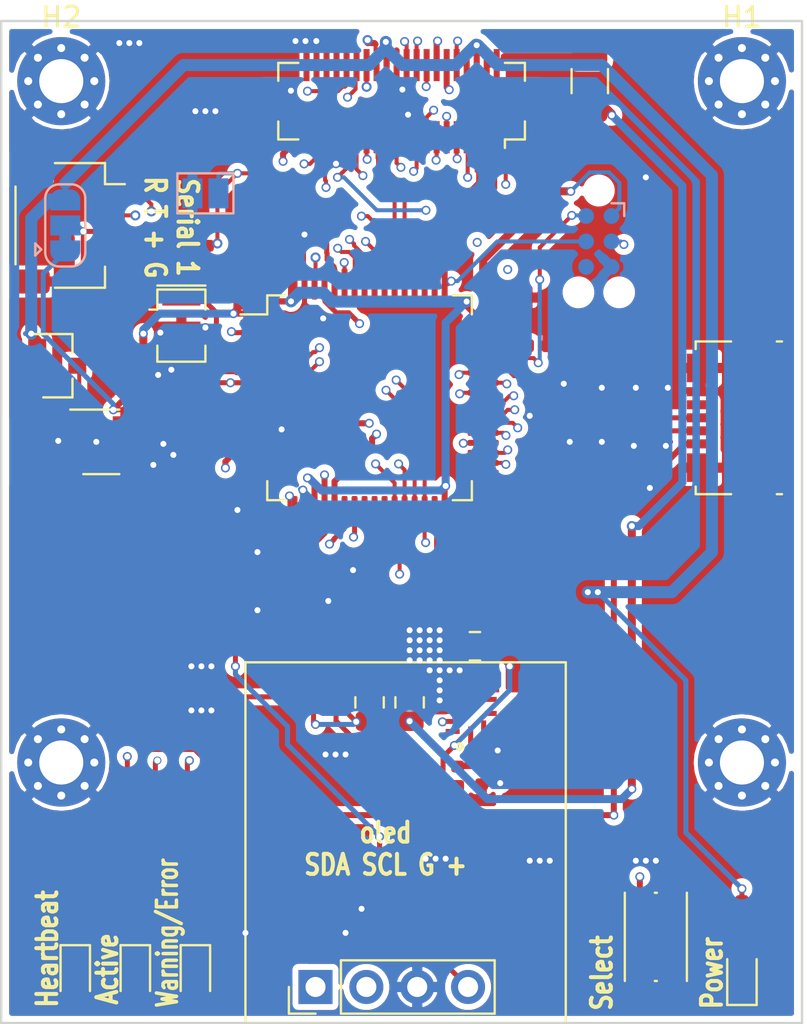
<source format=kicad_pcb>
(kicad_pcb (version 20171130) (host pcbnew 5.1.5-52549c5~84~ubuntu18.04.1)
  (layers (0 F.Cu power) (1 In1.Cu signal) (2 In2.Cu signal) (31 B.Cu power) (34 B.Paste user) (35 F.Paste user) (36 B.SilkS user) (37 F.SilkS user) (38 B.Mask user) (39 F.Mask user) (44 Edge.Cuts user))
  (net 0 "")
  (net 1 GND)
  (net 2 "Net-(C3-Pad1)")
  (net 3 "Net-(C7-Pad1)")
  (net 4 /V_BATT)
  (net 5 "Net-(C16-Pad1)")
  (net 6 /NRST)
  (net 7 "Net-(IC1-Pad4)")
  (net 8 "Net-(IC1-Pad1)")
  (net 9 "Net-(D1-Pad2)")
  (net 10 "Net-(R3-Pad2)")
  (net 11 /BOOT0)
  (net 12 "Net-(J6-Pad3)")
  (net 13 "Net-(J6-Pad2)")
  (net 14 /TIM_AUX2_PWM)
  (net 15 /O_SPI_CS1)
  (net 16 /O_SPI_CS2)
  (net 17 /PA15)
  (net 18 /O_PWR_SBC_EN)
  (net 19 /O_MOT_ENABLE)
  (net 20 /I_MOT_FAULT)
  (net 21 /I2C_SDA)
  (net 22 /I2C_SCL)
  (net 23 /I_FAN_INDEX)
  (net 24 /ADC_BATT_VOL)
  (net 25 /O_LED2)
  (net 26 /O_LED1)
  (net 27 /I_KEY_UP)
  (net 28 /ADC_MOT2_CUR)
  (net 29 /ADC_MOT1_CUR)
  (net 30 "Net-(U1-Pad6)")
  (net 31 "Net-(U1-Pad5)")
  (net 32 +3V3)
  (net 33 "Net-(C14-Pad1)")
  (net 34 +5V)
  (net 35 /I_FAULT)
  (net 36 "Net-(C22-Pad1)")
  (net 37 /5V_USB)
  (net 38 /O_LED3)
  (net 39 /O_PWR_MOT_EN)
  (net 40 /O_REG_EN)
  (net 41 "Net-(F1-Pad2)")
  (net 42 "Net-(D3-Pad1)")
  (net 43 "Net-(D4-Pad1)")
  (net 44 "Net-(D5-Pad1)")
  (net 45 /SWCK)
  (net 46 /SWDIO)
  (net 47 /SPI1_SCK)
  (net 48 /SPI1_MISO)
  (net 49 /SPI1_MOSI)
  (net 50 /SPARE_1)
  (net 51 /TIM_ENC2_B)
  (net 52 /TIM_ENC2_A)
  (net 53 /TIM_ENC1_B)
  (net 54 /TIM_ENC1_A)
  (net 55 /SER2_RX)
  (net 56 /SER2_TX)
  (net 57 /TIM_MOT2_B)
  (net 58 /TIM_MOT2_A)
  (net 59 /TIM_MOT1_B)
  (net 60 /TIM_MOT1_A)
  (net 61 /SER1_TX)
  (net 62 /SER1_RX)
  (net 63 /USB_OTG_FS_DP)
  (net 64 /USB_OTG_FS_DM)
  (net 65 /TIM_FAN_PWM)
  (module Connector_PinHeader_2.54mm:PinHeader_1x04_P2.54mm_Vertical (layer F.Cu) (at 165.7 98.2 90)
    (fp_text reference J5)
    (fp_text value OLED)
    (pad 4 thru_hole oval (at 0 7.62 90) (size 1.7 1.7) (drill 1) (layers *.Cu *.Mask) (net 32 +3V3))
    (pad 3 thru_hole oval (at 0 5.08 90) (size 1.7 1.7) (drill 1) (layers *.Cu *.Mask) (net 1 GND))
    (pad 2 thru_hole oval (at 0 2.54 90) (size 1.7 1.7) (drill 1) (layers *.Cu *.Mask) (net 22 /I2C_SCL))
    (pad 1 thru_hole rect (at 0 0 90) (size 1.7 1.7) (drill 1) (layers *.Cu *.Mask) (net 21 /I2C_SDA))
  )
  (module Button_Switch_SMD:SW_Push_1P1T_NO_CK_KMR2 (layer F.Cu) (at 182.7 95.7 90)
    (fp_text reference SW1)
    (fp_text value KEY_UP)
    (pad 2 smd rect (at 2.05 0.8 90) (size 0.9 1) (layers F.Cu F.Paste F.Mask) (net 1 GND))
    (pad 1 smd rect (at 2.05 -0.8 90) (size 0.9 1) (layers F.Cu F.Paste F.Mask) (net 27 /I_KEY_UP))
    (pad 2 smd rect (at -2.05 0.8 90) (size 0.9 1) (layers F.Cu F.Paste F.Mask) (net 1 GND))
    (pad 1 smd rect (at -2.05 -0.8 90) (size 0.9 1) (layers F.Cu F.Paste F.Mask) (net 27 /I_KEY_UP))
  )
  (module Capacitor_SMD:C_0805_2012Metric (layer F.Cu) (at 168.4 84 90)
    (fp_text reference C19)
    (fp_text value 4.7uf)
    (pad 2 smd roundrect (at 0.9375 0 90) (size 0.975 1.4) (layers F.Cu F.Paste F.Mask) (net 1 GND))
    (pad 1 smd roundrect (at -0.9375 0 90) (size 0.975 1.4) (layers F.Cu F.Paste F.Mask) (net 4 /V_BATT))
  )
  (module Connector_JST:JST_SH_SM04B-SRSS-TB_1x04-1MP_P1.00mm_Horizontal (layer F.Cu) (at 153.4 60.2 270)
    (fp_text reference J4)
    (fp_text value SERIAL1)
    (pad MP smd roundrect (at 2.8 1.875 270) (size 1.2 1.8) (layers F.Cu F.Paste F.Mask) (roundrect_rratio 0.208) (net 1 GND))
    (pad MP smd roundrect (at -2.8 1.875 270) (size 1.2 1.8) (layers F.Cu F.Paste F.Mask) (roundrect_rratio 0.208) (net 1 GND))
    (pad 4 smd roundrect (at 1.5 -2 270) (size 0.6 1.55) (layers F.Cu F.Paste F.Mask) (net 1 GND))
    (pad 3 smd roundrect (at 0.5 -2 270) (size 0.6 1.55) (layers F.Cu F.Paste F.Mask) (net 36 "Net-(C22-Pad1)"))
    (pad 2 smd roundrect (at -0.5 -2 270) (size 0.6 1.55) (layers F.Cu F.Paste F.Mask) (net 61 /SER1_TX))
    (pad 1 smd roundrect (at -1.5 -2 270) (size 0.6 1.55) (layers F.Cu F.Paste F.Mask) (net 62 /SER1_RX))
  )
  (module MountingHole:MountingHole_2.2mm_M2_Pad_Via (layer F.Cu) (at 187 87)
    (fp_text reference H4)
    (fp_text value MountingHole)
    (pad 1 thru_hole circle (at 1.166726 -1.166726) (size 0.7 0.7) (drill 0.4) (layers *.Cu *.Mask) (net 1 GND))
    (pad 1 thru_hole circle (at 0 -1.65) (size 0.7 0.7) (drill 0.4) (layers *.Cu *.Mask) (net 1 GND))
    (pad 1 thru_hole circle (at -1.166726 -1.166726) (size 0.7 0.7) (drill 0.4) (layers *.Cu *.Mask) (net 1 GND))
    (pad 1 thru_hole circle (at -1.65 0) (size 0.7 0.7) (drill 0.4) (layers *.Cu *.Mask) (net 1 GND))
    (pad 1 thru_hole circle (at -1.166726 1.166726) (size 0.7 0.7) (drill 0.4) (layers *.Cu *.Mask) (net 1 GND))
    (pad 1 thru_hole circle (at 0 1.65) (size 0.7 0.7) (drill 0.4) (layers *.Cu *.Mask) (net 1 GND))
    (pad 1 thru_hole circle (at 1.166726 1.166726) (size 0.7 0.7) (drill 0.4) (layers *.Cu *.Mask) (net 1 GND))
    (pad 1 thru_hole circle (at 1.65 0) (size 0.7 0.7) (drill 0.4) (layers *.Cu *.Mask) (net 1 GND))
    (pad 1 thru_hole circle (at 0 0) (size 4.4 4.4) (drill 2.2) (layers *.Cu *.Mask) (net 1 GND))
  )
  (module MountingHole:MountingHole_2.2mm_M2_Pad_Via (layer F.Cu) (at 153 87)
    (fp_text reference H3)
    (fp_text value MountingHole)
    (pad 1 thru_hole circle (at 1.166726 -1.166726) (size 0.7 0.7) (drill 0.4) (layers *.Cu *.Mask) (net 1 GND))
    (pad 1 thru_hole circle (at 0 -1.65) (size 0.7 0.7) (drill 0.4) (layers *.Cu *.Mask) (net 1 GND))
    (pad 1 thru_hole circle (at -1.166726 -1.166726) (size 0.7 0.7) (drill 0.4) (layers *.Cu *.Mask) (net 1 GND))
    (pad 1 thru_hole circle (at -1.65 0) (size 0.7 0.7) (drill 0.4) (layers *.Cu *.Mask) (net 1 GND))
    (pad 1 thru_hole circle (at -1.166726 1.166726) (size 0.7 0.7) (drill 0.4) (layers *.Cu *.Mask) (net 1 GND))
    (pad 1 thru_hole circle (at 0 1.65) (size 0.7 0.7) (drill 0.4) (layers *.Cu *.Mask) (net 1 GND))
    (pad 1 thru_hole circle (at 1.166726 1.166726) (size 0.7 0.7) (drill 0.4) (layers *.Cu *.Mask) (net 1 GND))
    (pad 1 thru_hole circle (at 1.65 0) (size 0.7 0.7) (drill 0.4) (layers *.Cu *.Mask) (net 1 GND))
    (pad 1 thru_hole circle (at 0 0) (size 4.4 4.4) (drill 2.2) (layers *.Cu *.Mask) (net 1 GND))
  )
  (module MountingHole:MountingHole_2.2mm_M2_Pad_Via (layer F.Cu) (at 153 53)
    (fp_text reference H2 (at 0 -3.2) (layer F.SilkS))
    (fp_text value MountingHole)
    (pad 1 thru_hole circle (at 1.166726 -1.166726) (size 0.7 0.7) (drill 0.4) (layers *.Cu *.Mask) (net 1 GND))
    (pad 1 thru_hole circle (at 0 -1.65) (size 0.7 0.7) (drill 0.4) (layers *.Cu *.Mask) (net 1 GND))
    (pad 1 thru_hole circle (at -1.166726 -1.166726) (size 0.7 0.7) (drill 0.4) (layers *.Cu *.Mask) (net 1 GND))
    (pad 1 thru_hole circle (at -1.65 0) (size 0.7 0.7) (drill 0.4) (layers *.Cu *.Mask) (net 1 GND))
    (pad 1 thru_hole circle (at -1.166726 1.166726) (size 0.7 0.7) (drill 0.4) (layers *.Cu *.Mask) (net 1 GND))
    (pad 1 thru_hole circle (at 0 1.65) (size 0.7 0.7) (drill 0.4) (layers *.Cu *.Mask) (net 1 GND))
    (pad 1 thru_hole circle (at 1.166726 1.166726) (size 0.7 0.7) (drill 0.4) (layers *.Cu *.Mask) (net 1 GND))
    (pad 1 thru_hole circle (at 1.65 0) (size 0.7 0.7) (drill 0.4) (layers *.Cu *.Mask) (net 1 GND))
    (pad 1 thru_hole circle (at 0 0) (size 4.4 4.4) (drill 2.2) (layers *.Cu *.Mask) (net 1 GND))
  )
  (module MountingHole:MountingHole_2.2mm_M2_Pad_Via (layer F.Cu) (at 187 53)
    (fp_text reference H1 (at 0 -3.2) (layer F.SilkS))
    (fp_text value MountingHole)
    (pad 1 thru_hole circle (at 1.166726 -1.166726) (size 0.7 0.7) (drill 0.4) (layers *.Cu *.Mask) (net 1 GND))
    (pad 1 thru_hole circle (at 0 -1.65) (size 0.7 0.7) (drill 0.4) (layers *.Cu *.Mask) (net 1 GND))
    (pad 1 thru_hole circle (at -1.166726 -1.166726) (size 0.7 0.7) (drill 0.4) (layers *.Cu *.Mask) (net 1 GND))
    (pad 1 thru_hole circle (at -1.65 0) (size 0.7 0.7) (drill 0.4) (layers *.Cu *.Mask) (net 1 GND))
    (pad 1 thru_hole circle (at -1.166726 1.166726) (size 0.7 0.7) (drill 0.4) (layers *.Cu *.Mask) (net 1 GND))
    (pad 1 thru_hole circle (at 0 1.65) (size 0.7 0.7) (drill 0.4) (layers *.Cu *.Mask) (net 1 GND))
    (pad 1 thru_hole circle (at 1.166726 1.166726) (size 0.7 0.7) (drill 0.4) (layers *.Cu *.Mask) (net 1 GND))
    (pad 1 thru_hole circle (at 1.65 0) (size 0.7 0.7) (drill 0.4) (layers *.Cu *.Mask) (net 1 GND))
    (pad 1 thru_hole circle (at 0 0) (size 4.4 4.4) (drill 2.2) (layers *.Cu *.Mask) (net 1 GND))
  )
  (module Fuse:Fuse_1206_3216Metric (layer F.Cu) (at 179.4 53 90)
    (fp_text reference F1)
    (fp_text value Polyfuse_Small)
    (pad 2 smd roundrect (at 1.4 0 90) (size 1.25 1.75) (layers F.Cu F.Paste F.Mask) (roundrect_rratio 0.2) (net 41 "Net-(F1-Pad2)"))
    (pad 1 smd roundrect (at -1.4 0 90) (size 1.25 1.75) (layers F.Cu F.Paste F.Mask) (roundrect_rratio 0.2) (net 4 /V_BATT))
  )
  (module agg-kicad:QFN-20-MPS-3x5x1.6mm (layer F.Cu) (at 175 84.2 90)
    (fp_text reference IC1)
    (fp_text value MPM36xx)
    (pad "" smd rect (at 0.35 -0.55 90) (size 0.25 0.6) (layers F.Cu F.Paste F.Mask))
    (pad "" smd rect (at -0.35 -0.55 90) (size 0.25 0.6) (layers F.Cu F.Paste F.Mask))
    (pad 11 smd rect (at 1.8 -0.9 180) (size 0.25 1.1) (drill (offset 0 -0.55)) (layers F.Cu F.Paste F.Mask))
    (pad 9 smd rect (at 1.8 0.4 180) (size 0.75 1.1) (drill (offset -0.25 -0.55)) (layers F.Cu F.Paste F.Mask) (net 34 +5V))
    (pad 8 smd rect (at 1.8 1.25 180) (size 0.25 1.1) (drill (offset 0 -0.55)) (layers F.Cu F.Paste F.Mask) (net 34 +5V))
    (pad 7 smd rect (at 1.8 2.1 180) (size 0.75 1.1) (drill (offset 0.25 -0.55)) (layers F.Cu F.Paste F.Mask) (net 34 +5V))
    (pad 6 smd rect (at -1.8 2.1 180) (size 0.75 1.1) (drill (offset 0.25 0.55)) (layers F.Cu F.Paste F.Mask) (net 7 "Net-(IC1-Pad4)"))
    (pad "" smd rect (at 1.8 -0.25 180) (size 0.25 1.1) (drill (offset 0 -0.55)) (layers F.Cu F.Paste F.Mask))
    (pad 12 smd rect (at 1.8 -1.55 180) (size 0.25 0.8) (drill (offset 0 -0.4)) (layers F.Cu F.Paste F.Mask) (net 1 GND))
    (pad 5 smd rect (at -1.8 1.25 180) (size 0.25 1.1) (drill (offset 0 0.55)) (layers F.Cu F.Paste F.Mask) (net 7 "Net-(IC1-Pad4)"))
    (pad 4 smd rect (at -1.8 0.4 180) (size 0.75 1.1) (drill (offset -0.25 0.55)) (layers F.Cu F.Paste F.Mask) (net 7 "Net-(IC1-Pad4)"))
    (pad 3 smd rect (at -1.8 -0.25 180) (size 0.25 1.1) (drill (offset 0 0.55)) (layers F.Cu F.Paste F.Mask) (net 1 GND))
    (pad 2 smd rect (at -1.8 -0.9 180) (size 0.25 1.1) (drill (offset 0 0.55)) (layers F.Cu F.Paste F.Mask))
    (pad 1 smd rect (at -1.8 -1.55 180) (size 0.25 0.8) (drill (offset 0 0.4)) (layers F.Cu F.Paste F.Mask) (net 8 "Net-(IC1-Pad1)"))
    (pad 13 smd rect (at 1.25 -2.8 90) (size 0.25 0.7) (drill (offset 0 0.35)) (layers F.Cu F.Paste F.Mask) (net 1 GND))
    (pad 14 smd rect (at 0.75 -2.8 90) (size 0.25 0.7) (drill (offset 0 0.35)) (layers F.Cu F.Paste F.Mask) (net 1 GND))
    (pad "" smd rect (at 0.25 -2.8 90) (size 0.25 1.1) (drill (offset 0 0.55)) (layers F.Cu F.Paste F.Mask))
    (pad 16 smd rect (at -0.25 -2.8 90) (size 0.25 1.1) (drill (offset 0 0.55)) (layers F.Cu F.Paste F.Mask) (net 4 /V_BATT))
    (pad 17 smd rect (at -0.75 -2.8 90) (size 0.25 0.7) (drill (offset 0 0.35)) (layers F.Cu F.Paste F.Mask) (net 40 /O_REG_EN))
    (pad 18 smd rect (at -1.25 -2.8 90) (size 0.25 0.7) (drill (offset 0 0.35)) (layers F.Cu F.Paste F.Mask))
  )
  (module Crystal:Resonator_SMD_muRata_CSTxExxV-3Pin_3.0x1.1mm (layer F.Cu) (at 159 65.2 270)
    (fp_text reference Y1)
    (fp_text value 8MHz)
    (pad 3 smd rect (at 1.2 0 270) (size 0.4 1.9) (layers F.Cu F.Paste F.Mask) (net 30 "Net-(U1-Pad6)"))
    (pad 2 smd rect (at 0 0 270) (size 0.4 1.9) (layers F.Cu F.Paste F.Mask) (net 1 GND))
    (pad 1 smd rect (at -1.2 0 270) (size 0.4 1.9) (layers F.Cu F.Paste F.Mask) (net 31 "Net-(U1-Pad5)"))
  )
  (module Package_TO_SOT_SMD:SOT-23-5 (layer F.Cu) (at 155 71)
    (fp_text reference U2)
    (fp_text value AP2121AK-3.3)
    (pad 5 smd rect (at 1.1 -0.95) (size 1.06 0.65) (layers F.Cu F.Paste F.Mask) (net 32 +3V3))
    (pad 4 smd rect (at 1.1 0.95) (size 1.06 0.65) (layers F.Cu F.Paste F.Mask))
    (pad 3 smd rect (at -1.1 0.95) (size 1.06 0.65) (layers F.Cu F.Paste F.Mask) (net 10 "Net-(R3-Pad2)"))
    (pad 2 smd rect (at -1.1 0) (size 1.06 0.65) (layers F.Cu F.Paste F.Mask) (net 1 GND))
    (pad 1 smd rect (at -1.1 -0.95) (size 1.06 0.65) (layers F.Cu F.Paste F.Mask) (net 5 "Net-(C16-Pad1)"))
  )
  (module Package_QFP:LQFP-64_10x10mm_P0.5mm (layer F.Cu) (at 168.4 68.8)
    (fp_text reference U1)
    (fp_text value STM32F405RGTx)
    (pad 64 smd roundrect (at -3.75 -5.675) (size 0.3 1.55) (layers F.Cu F.Paste F.Mask) (net 32 +3V3))
    (pad 63 smd roundrect (at -3.25 -5.675) (size 0.3 1.55) (layers F.Cu F.Paste F.Mask) (net 1 GND))
    (pad 62 smd roundrect (at -2.75 -5.675) (size 0.3 1.55) (layers F.Cu F.Paste F.Mask) (net 14 /TIM_AUX2_PWM))
    (pad 61 smd roundrect (at -2.25 -5.675) (size 0.3 1.55) (layers F.Cu F.Paste F.Mask) (net 40 /O_REG_EN))
    (pad 60 smd roundrect (at -1.75 -5.675) (size 0.3 1.55) (layers F.Cu F.Paste F.Mask) (net 11 /BOOT0))
    (pad 59 smd roundrect (at -1.25 -5.675) (size 0.3 1.55) (layers F.Cu F.Paste F.Mask) (net 62 /SER1_RX))
    (pad 58 smd roundrect (at -0.75 -5.675) (size 0.3 1.55) (layers F.Cu F.Paste F.Mask) (net 61 /SER1_TX))
    (pad 57 smd roundrect (at -0.25 -5.675) (size 0.3 1.55) (layers F.Cu F.Paste F.Mask) (net 49 /SPI1_MOSI))
    (pad 56 smd roundrect (at 0.25 -5.675) (size 0.3 1.55) (layers F.Cu F.Paste F.Mask) (net 48 /SPI1_MISO))
    (pad 55 smd roundrect (at 0.75 -5.675) (size 0.3 1.55) (layers F.Cu F.Paste F.Mask) (net 47 /SPI1_SCK))
    (pad 54 smd roundrect (at 1.25 -5.675) (size 0.3 1.55) (layers F.Cu F.Paste F.Mask) (net 55 /SER2_RX))
    (pad 53 smd roundrect (at 1.75 -5.675) (size 0.3 1.55) (layers F.Cu F.Paste F.Mask) (net 56 /SER2_TX))
    (pad 52 smd roundrect (at 2.25 -5.675) (size 0.3 1.55) (layers F.Cu F.Paste F.Mask) (net 15 /O_SPI_CS1))
    (pad 51 smd roundrect (at 2.75 -5.675) (size 0.3 1.55) (layers F.Cu F.Paste F.Mask) (net 16 /O_SPI_CS2))
    (pad 50 smd roundrect (at 3.25 -5.675) (size 0.3 1.55) (layers F.Cu F.Paste F.Mask) (net 17 /PA15))
    (pad 49 smd roundrect (at 3.75 -5.675) (size 0.3 1.55) (layers F.Cu F.Paste F.Mask) (net 45 /SWCK))
    (pad 48 smd roundrect (at 5.675 -3.75) (size 1.55 0.3) (layers F.Cu F.Paste F.Mask) (net 32 +3V3))
    (pad 47 smd roundrect (at 5.675 -3.25) (size 1.55 0.3) (layers F.Cu F.Paste F.Mask) (net 3 "Net-(C7-Pad1)"))
    (pad 46 smd roundrect (at 5.675 -2.75) (size 1.55 0.3) (layers F.Cu F.Paste F.Mask) (net 46 /SWDIO))
    (pad 45 smd roundrect (at 5.675 -2.25) (size 1.55 0.3) (layers F.Cu F.Paste F.Mask) (net 63 /USB_OTG_FS_DP))
    (pad 44 smd roundrect (at 5.675 -1.75) (size 1.55 0.3) (layers F.Cu F.Paste F.Mask) (net 64 /USB_OTG_FS_DM))
    (pad 43 smd roundrect (at 5.675 -1.25) (size 1.55 0.3) (layers F.Cu F.Paste F.Mask) (net 39 /O_PWR_MOT_EN))
    (pad 42 smd roundrect (at 5.675 -0.75) (size 1.55 0.3) (layers F.Cu F.Paste F.Mask) (net 53 /TIM_ENC1_B))
    (pad 41 smd roundrect (at 5.675 -0.25) (size 1.55 0.3) (layers F.Cu F.Paste F.Mask) (net 54 /TIM_ENC1_A))
    (pad 40 smd roundrect (at 5.675 0.25) (size 1.55 0.3) (layers F.Cu F.Paste F.Mask) (net 18 /O_PWR_SBC_EN))
    (pad 39 smd roundrect (at 5.675 0.75) (size 1.55 0.3) (layers F.Cu F.Paste F.Mask) (net 58 /TIM_MOT2_A))
    (pad 38 smd roundrect (at 5.675 1.25) (size 1.55 0.3) (layers F.Cu F.Paste F.Mask) (net 60 /TIM_MOT1_A))
    (pad 37 smd roundrect (at 5.675 1.75) (size 1.55 0.3) (layers F.Cu F.Paste F.Mask) (net 19 /O_MOT_ENABLE))
    (pad 36 smd roundrect (at 5.675 2.25) (size 1.55 0.3) (layers F.Cu F.Paste F.Mask) (net 57 /TIM_MOT2_B))
    (pad 35 smd roundrect (at 5.675 2.75) (size 1.55 0.3) (layers F.Cu F.Paste F.Mask) (net 59 /TIM_MOT1_B))
    (pad 34 smd roundrect (at 5.675 3.25) (size 1.55 0.3) (layers F.Cu F.Paste F.Mask) (net 20 /I_MOT_FAULT))
    (pad 33 smd roundrect (at 5.675 3.75) (size 1.55 0.3) (layers F.Cu F.Paste F.Mask))
    (pad 32 smd roundrect (at 3.75 5.675) (size 0.3 1.55) (layers F.Cu F.Paste F.Mask) (net 32 +3V3))
    (pad 31 smd roundrect (at 3.25 5.675) (size 0.3 1.55) (layers F.Cu F.Paste F.Mask) (net 2 "Net-(C3-Pad1)"))
    (pad 30 smd roundrect (at 2.75 5.675) (size 0.3 1.55) (layers F.Cu F.Paste F.Mask) (net 21 /I2C_SDA))
    (pad 29 smd roundrect (at 2.25 5.675) (size 0.3 1.55) (layers F.Cu F.Paste F.Mask) (net 22 /I2C_SCL))
    (pad 28 smd roundrect (at 1.75 5.675) (size 0.3 1.55) (layers F.Cu F.Paste F.Mask) (net 23 /I_FAN_INDEX))
    (pad 27 smd roundrect (at 1.25 5.675) (size 0.3 1.55) (layers F.Cu F.Paste F.Mask) (net 65 /TIM_FAN_PWM))
    (pad 26 smd roundrect (at 0.75 5.675) (size 0.3 1.55) (layers F.Cu F.Paste F.Mask))
    (pad 25 smd roundrect (at 0.25 5.675) (size 0.3 1.55) (layers F.Cu F.Paste F.Mask) (net 24 /ADC_BATT_VOL))
    (pad 24 smd roundrect (at -0.25 5.675) (size 0.3 1.55) (layers F.Cu F.Paste F.Mask))
    (pad 23 smd roundrect (at -0.75 5.675) (size 0.3 1.55) (layers F.Cu F.Paste F.Mask) (net 38 /O_LED3))
    (pad 22 smd roundrect (at -1.25 5.675) (size 0.3 1.55) (layers F.Cu F.Paste F.Mask) (net 25 /O_LED2))
    (pad 21 smd roundrect (at -1.75 5.675) (size 0.3 1.55) (layers F.Cu F.Paste F.Mask) (net 52 /TIM_ENC2_A))
    (pad 20 smd roundrect (at -2.25 5.675) (size 0.3 1.55) (layers F.Cu F.Paste F.Mask) (net 35 /I_FAULT))
    (pad 19 smd roundrect (at -2.75 5.675) (size 0.3 1.55) (layers F.Cu F.Paste F.Mask) (net 32 +3V3))
    (pad 18 smd roundrect (at -3.25 5.675) (size 0.3 1.55) (layers F.Cu F.Paste F.Mask) (net 1 GND))
    (pad 17 smd roundrect (at -3.75 5.675) (size 0.3 1.55) (layers F.Cu F.Paste F.Mask) (net 50 /SPARE_1))
    (pad 16 smd roundrect (at -5.675 3.75) (size 1.55 0.3) (layers F.Cu F.Paste F.Mask))
    (pad 15 smd roundrect (at -5.675 3.25) (size 1.55 0.3) (layers F.Cu F.Paste F.Mask) (net 51 /TIM_ENC2_B))
    (pad 14 smd roundrect (at -5.675 2.75) (size 1.55 0.3) (layers F.Cu F.Paste F.Mask) (net 27 /I_KEY_UP))
    (pad 13 smd roundrect (at -5.675 2.25) (size 1.55 0.3) (layers F.Cu F.Paste F.Mask) (net 33 "Net-(C14-Pad1)"))
    (pad 12 smd roundrect (at -5.675 1.75) (size 1.55 0.3) (layers F.Cu F.Paste F.Mask) (net 1 GND))
    (pad 11 smd roundrect (at -5.675 1.25) (size 1.55 0.3) (layers F.Cu F.Paste F.Mask))
    (pad 10 smd roundrect (at -5.675 0.75) (size 1.55 0.3) (layers F.Cu F.Paste F.Mask))
    (pad 9 smd roundrect (at -5.675 0.25) (size 1.55 0.3) (layers F.Cu F.Paste F.Mask) (net 28 /ADC_MOT2_CUR))
    (pad 8 smd roundrect (at -5.675 -0.25) (size 1.55 0.3) (layers F.Cu F.Paste F.Mask) (net 29 /ADC_MOT1_CUR))
    (pad 7 smd roundrect (at -5.675 -0.75) (size 1.55 0.3) (layers F.Cu F.Paste F.Mask) (net 6 /NRST))
    (pad 6 smd roundrect (at -5.675 -1.25) (size 1.55 0.3) (layers F.Cu F.Paste F.Mask) (net 30 "Net-(U1-Pad6)"))
    (pad 5 smd roundrect (at -5.675 -1.75) (size 1.55 0.3) (layers F.Cu F.Paste F.Mask) (net 31 "Net-(U1-Pad5)"))
    (pad 4 smd roundrect (at -5.675 -2.25) (size 1.55 0.3) (layers F.Cu F.Paste F.Mask))
    (pad 3 smd roundrect (at -5.675 -2.75) (size 1.55 0.3) (layers F.Cu F.Paste F.Mask))
    (pad 2 smd roundrect (at -5.675 -3.25) (size 1.55 0.3) (layers F.Cu F.Paste F.Mask) (net 26 /O_LED1))
    (pad 1 smd roundrect (at -5.675 -3.75) (size 1.55 0.3) (layers F.Cu F.Paste F.Mask) (net 32 +3V3))
  )
  (module Resistor_SMD:R_0402_1005Metric (layer F.Cu) (at 159.3 88.2 270)
    (fp_text reference R19)
    (fp_text value 330)
    (pad 2 smd roundrect (at 0.485 0 270) (size 0.59 0.64) (layers F.Cu F.Paste F.Mask) (net 44 "Net-(D5-Pad1)"))
    (pad 1 smd roundrect (at -0.485 0 270) (size 0.59 0.64) (layers F.Cu F.Paste F.Mask) (net 38 /O_LED3))
  )
  (module Resistor_SMD:R_0402_1005Metric (layer F.Cu) (at 157.7 88.2 270)
    (fp_text reference R18)
    (fp_text value 330)
    (pad 2 smd roundrect (at 0.485 0 270) (size 0.59 0.64) (layers F.Cu F.Paste F.Mask) (net 43 "Net-(D4-Pad1)"))
    (pad 1 smd roundrect (at -0.485 0 270) (size 0.59 0.64) (layers F.Cu F.Paste F.Mask) (net 25 /O_LED2))
  )
  (module Resistor_SMD:R_0402_1005Metric (layer F.Cu) (at 156.3 88.2 270)
    (fp_text reference R17)
    (fp_text value 330)
    (pad 2 smd roundrect (at 0.485 0 270) (size 0.59 0.64) (layers F.Cu F.Paste F.Mask) (net 42 "Net-(D3-Pad1)"))
    (pad 1 smd roundrect (at -0.485 0 270) (size 0.59 0.64) (layers F.Cu F.Paste F.Mask) (net 26 /O_LED1))
  )
  (module Resistor_SMD:R_0402_1005Metric (layer F.Cu) (at 187 94.4 90)
    (fp_text reference R16)
    (fp_text value 1k)
    (pad 2 smd roundrect (at 0.485 0 90) (size 0.59 0.64) (layers F.Cu F.Paste F.Mask) (net 34 +5V))
    (pad 1 smd roundrect (at -0.485 0 90) (size 0.59 0.64) (layers F.Cu F.Paste F.Mask) (net 9 "Net-(D1-Pad2)"))
  )
  (module Resistor_SMD:R_0402_1005Metric (layer F.Cu) (at 167.8 79)
    (fp_text reference R15)
    (fp_text value 1k)
    (pad 2 smd roundrect (at 0.485 0) (size 0.59 0.64) (layers F.Cu F.Paste F.Mask) (net 24 /ADC_BATT_VOL))
    (pad 1 smd roundrect (at -0.485 0) (size 0.59 0.64) (layers F.Cu F.Paste F.Mask) (net 1 GND))
  )
  (module Resistor_SMD:R_0402_1005Metric (layer F.Cu) (at 159 69)
    (fp_text reference R14)
    (fp_text value 47k)
    (pad 2 smd roundrect (at 0.485 0) (size 0.59 0.64) (layers F.Cu F.Paste F.Mask) (net 6 /NRST))
    (pad 1 smd roundrect (at -0.485 0) (size 0.59 0.64) (layers F.Cu F.Paste F.Mask) (net 32 +3V3))
  )
  (module Resistor_SMD:R_0402_1005Metric (layer F.Cu) (at 181.6 70.4)
    (fp_text reference R10)
    (fp_text value 22)
    (pad 2 smd roundrect (at 0.485 0) (size 0.59 0.64) (layers F.Cu F.Paste F.Mask) (net 13 "Net-(J6-Pad2)"))
    (pad 1 smd roundrect (at -0.485 0) (size 0.59 0.64) (layers F.Cu F.Paste F.Mask) (net 64 /USB_OTG_FS_DM))
  )
  (module Resistor_SMD:R_0402_1005Metric (layer F.Cu) (at 181.6 69.2)
    (fp_text reference e)
    (fp_text value 22)
    (pad 2 smd roundrect (at 0.485 0) (size 0.59 0.64) (layers F.Cu F.Paste F.Mask) (net 12 "Net-(J6-Pad3)"))
    (pad 1 smd roundrect (at -0.485 0) (size 0.59 0.64) (layers F.Cu F.Paste F.Mask) (net 63 /USB_OTG_FS_DP))
  )
  (module Resistor_SMD:R_0402_1005Metric (layer F.Cu) (at 160.3 61.7 90)
    (fp_text reference R7)
    (fp_text value 47k)
    (pad 2 smd roundrect (at 0.485 0 90) (size 0.59 0.64) (layers F.Cu F.Paste F.Mask) (net 11 /BOOT0))
    (pad 1 smd roundrect (at -0.485 0 90) (size 0.59 0.64) (layers F.Cu F.Paste F.Mask) (net 32 +3V3))
  )
  (module Resistor_SMD:R_0402_1005Metric (layer F.Cu) (at 164.6 79 270)
    (fp_text reference R6)
    (fp_text value 22K)
    (pad 2 smd roundrect (at 0.485 0 270) (size 0.59 0.64) (layers F.Cu F.Paste F.Mask) (net 34 +5V))
    (pad 1 smd roundrect (at -0.485 0 270) (size 0.59 0.64) (layers F.Cu F.Paste F.Mask) (net 35 /I_FAULT))
  )
  (module Resistor_SMD:R_0402_1005Metric (layer F.Cu) (at 174 87.6 90)
    (fp_text reference R5)
    (fp_text value 10K)
    (pad 2 smd roundrect (at 0.485 0 90) (size 0.59 0.64) (layers F.Cu F.Paste F.Mask) (net 8 "Net-(IC1-Pad1)"))
    (pad 1 smd roundrect (at -0.485 0 90) (size 0.59 0.64) (layers F.Cu F.Paste F.Mask) (net 1 GND))
  )
  (module Resistor_SMD:R_0402_1005Metric (layer F.Cu) (at 172.8 87.685 270)
    (fp_text reference R4)
    (fp_text value 10K)
    (pad 2 smd roundrect (at 0.485 0 270) (size 0.59 0.64) (layers F.Cu F.Paste F.Mask) (net 34 +5V))
    (pad 1 smd roundrect (at -0.485 0 270) (size 0.59 0.64) (layers F.Cu F.Paste F.Mask) (net 8 "Net-(IC1-Pad1)"))
  )
  (module Resistor_SMD:R_0402_1005Metric (layer F.Cu) (at 152.2 72.6 90)
    (fp_text reference R3)
    (fp_text value 10k)
    (pad 2 smd roundrect (at 0.485 0 90) (size 0.59 0.64) (layers F.Cu F.Paste F.Mask) (net 10 "Net-(R3-Pad2)"))
    (pad 1 smd roundrect (at -0.485 0 90) (size 0.59 0.64) (layers F.Cu F.Paste F.Mask) (net 5 "Net-(C16-Pad1)"))
  )
  (module Resistor_SMD:R_0402_1005Metric (layer F.Cu) (at 165.6 83.8 270)
    (fp_text reference R2)
    (fp_text value 330)
    (pad 2 smd roundrect (at 0.485 0 270) (size 0.59 0.64) (layers F.Cu F.Paste F.Mask) (net 4 /V_BATT))
    (pad 1 smd roundrect (at -0.485 0 270) (size 0.59 0.64) (layers F.Cu F.Paste F.Mask) (net 5 "Net-(C16-Pad1)"))
  )
  (module Resistor_SMD:R_0402_1005Metric (layer F.Cu) (at 167.8 80.2 180)
    (fp_text reference R1)
    (fp_text value 49k)
    (pad 2 smd roundrect (at 0.485 0 180) (size 0.59 0.64) (layers F.Cu F.Paste F.Mask) (net 4 /V_BATT))
    (pad 1 smd roundrect (at -0.485 0 180) (size 0.59 0.64) (layers F.Cu F.Paste F.Mask) (net 24 /ADC_BATT_VOL))
  )
  (module Connector:Tag-Connect_TC2030-IDC-NL_2x03_P1.27mm_Vertical (layer B.Cu) (at 179.85 61 270)
    (fp_text reference P1)
    (fp_text value SWD_TC)
    (pad 6 connect circle (at 1.27 0.635 270) (size 0.7874 0.7874) (layers B.Cu B.Mask))
    (pad 5 connect circle (at 1.27 -0.635 270) (size 0.7874 0.7874) (layers B.Cu B.Mask) (net 1 GND))
    (pad 4 connect circle (at 0 0.635 270) (size 0.7874 0.7874) (layers B.Cu B.Mask) (net 45 /SWCK))
    (pad 3 connect circle (at 0 -0.635 270) (size 0.7874 0.7874) (layers B.Cu B.Mask) (net 6 /NRST))
    (pad 2 connect circle (at -1.27 0.635 270) (size 0.7874 0.7874) (layers B.Cu B.Mask) (net 46 /SWDIO))
    (pad 1 connect circle (at -1.27 -0.635 270) (size 0.7874 0.7874) (layers B.Cu B.Mask) (net 32 +3V3))
    (pad "" np_thru_hole circle (at -2.54 0 270) (size 0.9906 0.9906) (drill 0.9906) (layers *.Cu *.Mask))
    (pad "" np_thru_hole circle (at 2.54 -1.016 270) (size 0.9906 0.9906) (drill 0.9906) (layers *.Cu *.Mask))
    (pad "" np_thru_hole circle (at 2.54 1.016 270) (size 0.9906 0.9906) (drill 0.9906) (layers *.Cu *.Mask))
  )
  (module Inductor_SMD:L_0201_0603Metric (layer F.Cu) (at 159.6 70.6 270)
    (fp_text reference L1)
    (fp_text value L_Small)
    (pad 2 smd roundrect (at 0.32 0 270) (size 0.46 0.4) (layers F.Cu F.Mask) (net 33 "Net-(C14-Pad1)"))
    (pad 1 smd roundrect (at -0.32 0 270) (size 0.46 0.4) (layers F.Cu F.Mask) (net 32 +3V3))
  )
  (module Jumper:SolderJumper-3_P1.3mm_Bridged12_RoundedPad1.0x1.5mm (layer B.Cu) (at 153.2 60.2 90)
    (fp_text reference JP3)
    (fp_text value S1_VSEL)
    (fp_poly (pts (xy -0.9 0.3) (xy -0.4 0.3) (xy -0.4 -0.3) (xy -0.9 -0.3)) (layer B.Cu) (width 0))
    (pad 1 smd custom (at -1.3 0 90) (size 1 0.5) (layers B.Cu B.Mask) (net 32 +3V3) (options (clearance outline) (anchor rect)) (primitives (gr_circle (center 0 -0.25) (end 0.5 -0.25) (width 0)) (gr_circle (center 0 0.25) (end 0.5 0.25) (width 0)) (gr_poly (pts (xy 0.55 0.75) (xy 0 0.75) (xy 0 -0.75) (xy 0.55 -0.75)) (width 0))))
    (pad 2 smd rect (at 0 0 90) (size 1 1.5) (layers B.Cu B.Mask) (net 36 "Net-(C22-Pad1)"))
    (pad 3 smd custom (at 1.3 0 90) (size 1 0.5) (layers B.Cu B.Mask) (net 34 +5V) (options (clearance outline) (anchor rect)) (primitives (gr_circle (center 0 -0.25) (end 0.5 -0.25) (width 0)) (gr_circle (center 0 0.25) (end 0.5 0.25) (width 0)) (gr_poly (pts (xy -0.55 0.75) (xy 0 0.75) (xy 0 -0.75) (xy -0.55 -0.75)) (width 0))))
  )
  (module Jumper:SolderJumper-2_P1.3mm_Open_Pad1.0x1.5mm (layer B.Cu) (at 160.2 58.6)
    (fp_text reference JP1)
    (fp_text value BOOT)
    (pad 1 smd rect (at -0.65 0) (size 1 1.5) (layers B.Cu B.Mask) (net 1 GND))
    (pad 2 smd rect (at 0.65 0) (size 1 1.5) (layers B.Cu B.Mask) (net 11 /BOOT0))
  )
  (module Connector_USB:USB_Micro-B_Molex_47346-0001 (layer F.Cu) (at 186.4 69.8 90)
    (fp_text reference J6)
    (fp_text value USB_B_Micro)
    (pad 6 smd rect (at 1.55 1.2 90) (size 1 1.9) (layers F.Cu F.Paste F.Mask) (net 1 GND))
    (pad 6 smd rect (at -1.15 1.2 90) (size 1.8 1.9) (layers F.Cu F.Paste F.Mask) (net 1 GND))
    (pad 6 smd rect (at 3.375 1.2 90) (size 1.65 1.3) (layers F.Cu F.Paste F.Mask) (net 1 GND))
    (pad 6 smd rect (at -3.375 1.2 90) (size 1.65 1.3) (layers F.Cu F.Paste F.Mask) (net 1 GND))
    (pad 6 smd rect (at 2.4875 -1.375 90) (size 1.425 1.55) (layers F.Cu F.Paste F.Mask) (net 1 GND))
    (pad 6 smd rect (at -2.4875 -1.375 90) (size 1.425 1.55) (layers F.Cu F.Paste F.Mask) (net 1 GND))
    (pad 5 smd rect (at 1.3 -1.46 90) (size 0.45 1.38) (layers F.Cu F.Paste F.Mask) (net 1 GND))
    (pad 4 smd rect (at 0.65 -1.46 90) (size 0.45 1.38) (layers F.Cu F.Paste F.Mask))
    (pad 3 smd rect (at 0 -1.46 90) (size 0.45 1.38) (layers F.Cu F.Paste F.Mask) (net 12 "Net-(J6-Pad3)"))
    (pad 2 smd rect (at -0.65 -1.46 90) (size 0.45 1.38) (layers F.Cu F.Paste F.Mask) (net 13 "Net-(J6-Pad2)"))
    (pad 1 smd rect (at -1.3 -1.46 90) (size 0.45 1.38) (layers F.Cu F.Paste F.Mask) (net 37 /5V_USB))
  )
  (module "agg-kicad:Hirose_DF12_DF12B-40DS-0.5V(86)" (layer F.Cu) (at 170 54 180)
    (fp_text reference J1)
    (fp_text value Conn_02x20_Top_Bottom)
    (pad "" smd rect (at 6.5 0 180) (size 0.8 1.8) (layers F.Cu F.Paste F.Mask))
    (pad "" smd rect (at -6.5 0 180) (size 0.8 1.8) (layers F.Cu F.Paste F.Mask))
    (pad 40 smd rect (at 4.75 1.8 180) (size 0.3 1.6) (layers F.Cu F.Mask) (net 1 GND))
    (pad 39 smd rect (at 4.25 1.8 180) (size 0.3 1.6) (layers F.Cu F.Mask) (net 1 GND))
    (pad 38 smd rect (at 3.75 1.8 180) (size 0.3 1.6) (layers F.Cu F.Mask))
    (pad 37 smd rect (at 3.25 1.8 180) (size 0.3 1.6) (layers F.Cu F.Mask))
    (pad 36 smd rect (at 2.75 1.8 180) (size 0.3 1.6) (layers F.Cu F.Mask) (net 49 /SPI1_MOSI))
    (pad 35 smd rect (at 2.25 1.8 180) (size 0.3 1.6) (layers F.Cu F.Mask) (net 48 /SPI1_MISO))
    (pad 34 smd rect (at 1.75 1.8 180) (size 0.3 1.6) (layers F.Cu F.Mask) (net 47 /SPI1_SCK))
    (pad 33 smd rect (at 1.25 1.8 180) (size 0.3 1.6) (layers F.Cu F.Mask) (net 50 /SPARE_1))
    (pad 32 smd rect (at 0.75 1.8 180) (size 0.3 1.6) (layers F.Cu F.Mask) (net 34 +5V))
    (pad 31 smd rect (at 0.25 1.8 180) (size 0.3 1.6) (layers F.Cu F.Mask) (net 1 GND))
    (pad 30 smd rect (at -0.25 1.8 180) (size 0.3 1.6) (layers F.Cu F.Mask) (net 65 /TIM_FAN_PWM))
    (pad 29 smd rect (at -0.75 1.8 180) (size 0.3 1.6) (layers F.Cu F.Mask) (net 23 /I_FAN_INDEX))
    (pad 28 smd rect (at -1.25 1.8 180) (size 0.3 1.6) (layers F.Cu F.Mask) (net 14 /TIM_AUX2_PWM))
    (pad 27 smd rect (at -1.75 1.8 180) (size 0.3 1.6) (layers F.Cu F.Mask) (net 51 /TIM_ENC2_B))
    (pad 26 smd rect (at -2.25 1.8 180) (size 0.3 1.6) (layers F.Cu F.Mask) (net 52 /TIM_ENC2_A))
    (pad 25 smd rect (at -2.75 1.8 180) (size 0.3 1.6) (layers F.Cu F.Mask) (net 53 /TIM_ENC1_B))
    (pad 24 smd rect (at -3.25 1.8 180) (size 0.3 1.6) (layers F.Cu F.Mask) (net 54 /TIM_ENC1_A))
    (pad 23 smd rect (at -3.75 1.8 180) (size 0.3 1.6) (layers F.Cu F.Mask) (net 34 +5V))
    (pad 22 smd rect (at -4.25 1.8 180) (size 0.3 1.6) (layers F.Cu F.Mask) (net 41 "Net-(F1-Pad2)"))
    (pad 21 smd rect (at -4.75 1.8 180) (size 0.3 1.6) (layers F.Cu F.Mask) (net 41 "Net-(F1-Pad2)"))
    (pad 20 smd rect (at 4.75 -1.8 180) (size 0.3 1.6) (layers F.Cu F.Mask) (net 35 /I_FAULT))
    (pad 19 smd rect (at 4.25 -1.8 180) (size 0.3 1.6) (layers F.Cu F.Mask) (net 28 /ADC_MOT2_CUR))
    (pad 18 smd rect (at 3.75 -1.8 180) (size 0.3 1.6) (layers F.Cu F.Mask) (net 29 /ADC_MOT1_CUR))
    (pad 17 smd rect (at 3.25 -1.8 180) (size 0.3 1.6) (layers F.Cu F.Mask) (net 1 GND))
    (pad 16 smd rect (at 2.75 -1.8 180) (size 0.3 1.6) (layers F.Cu F.Mask) (net 39 /O_PWR_MOT_EN))
    (pad 15 smd rect (at 2.25 -1.8 180) (size 0.3 1.6) (layers F.Cu F.Mask) (net 22 /I2C_SCL))
    (pad 14 smd rect (at 1.75 -1.8 180) (size 0.3 1.6) (layers F.Cu F.Mask) (net 21 /I2C_SDA))
    (pad 13 smd rect (at 1.25 -1.8 180) (size 0.3 1.6) (layers F.Cu F.Mask) (net 55 /SER2_RX))
    (pad 12 smd rect (at 0.75 -1.8 180) (size 0.3 1.6) (layers F.Cu F.Mask) (net 56 /SER2_TX))
    (pad 11 smd rect (at 0.25 -1.8 180) (size 0.3 1.6) (layers F.Cu F.Mask) (net 20 /I_MOT_FAULT))
    (pad 10 smd rect (at -0.25 -1.8 180) (size 0.3 1.6) (layers F.Cu F.Mask) (net 1 GND))
    (pad 9 smd rect (at -0.75 -1.8 180) (size 0.3 1.6) (layers F.Cu F.Mask) (net 59 /TIM_MOT1_B))
    (pad 8 smd rect (at -1.25 -1.8 180) (size 0.3 1.6) (layers F.Cu F.Mask) (net 57 /TIM_MOT2_B))
    (pad 7 smd rect (at -1.75 -1.8 180) (size 0.3 1.6) (layers F.Cu F.Mask) (net 19 /O_MOT_ENABLE))
    (pad 6 smd rect (at -2.25 -1.8 180) (size 0.3 1.6) (layers F.Cu F.Mask) (net 60 /TIM_MOT1_A))
    (pad 5 smd rect (at -2.75 -1.8 180) (size 0.3 1.6) (layers F.Cu F.Mask) (net 58 /TIM_MOT2_A))
    (pad 4 smd rect (at -3.25 -1.8 180) (size 0.3 1.6) (layers F.Cu F.Mask) (net 18 /O_PWR_SBC_EN))
    (pad 3 smd rect (at -3.75 -1.8 180) (size 0.3 1.6) (layers F.Cu F.Mask) (net 15 /O_SPI_CS1))
    (pad 2 smd rect (at -4.25 -1.8 180) (size 0.3 1.6) (layers F.Cu F.Mask) (net 16 /O_SPI_CS2))
    (pad 1 smd rect (at -4.75 -1.8 180) (size 0.3 1.6) (layers F.Cu F.Mask) (net 17 /PA15))
  )
  (module LED_SMD:LED_0603_1608Metric (layer F.Cu) (at 159.7 97.6 270)
    (fp_text reference D5)
    (fp_text value Red)
    (pad 2 smd roundrect (at 0.7875 0 270) (size 0.875 0.95) (layers F.Cu F.Paste F.Mask) (net 32 +3V3))
    (pad 1 smd roundrect (at -0.7875 0 270) (size 0.875 0.95) (layers F.Cu F.Paste F.Mask) (net 44 "Net-(D5-Pad1)"))
  )
  (module LED_SMD:LED_0603_1608Metric (layer F.Cu) (at 156.7 97.6 270)
    (fp_text reference D4)
    (fp_text value Yellow)
    (pad 2 smd roundrect (at 0.7875 0 270) (size 0.875 0.95) (layers F.Cu F.Paste F.Mask) (net 32 +3V3))
    (pad 1 smd roundrect (at -0.7875 0 270) (size 0.875 0.95) (layers F.Cu F.Paste F.Mask) (net 43 "Net-(D4-Pad1)"))
  )
  (module LED_SMD:LED_0603_1608Metric (layer F.Cu) (at 153.7 97.6 270)
    (fp_text reference D3)
    (fp_text value Blue)
    (pad 2 smd roundrect (at 0.7875 0 270) (size 0.875 0.95) (layers F.Cu F.Paste F.Mask) (net 32 +3V3))
    (pad 1 smd roundrect (at -0.7875 0 270) (size 0.875 0.95) (layers F.Cu F.Paste F.Mask) (net 42 "Net-(D3-Pad1)"))
  )
  (module Package_TO_SOT_SMD:SOT-23 (layer F.Cu) (at 152.8 67.2)
    (fp_text reference D2)
    (fp_text value BAT54C)
    (pad 3 smd rect (at 1 0) (size 0.9 0.8) (layers F.Cu F.Paste F.Mask) (net 5 "Net-(C16-Pad1)"))
    (pad 2 smd rect (at -1 0.95) (size 0.9 0.8) (layers F.Cu F.Paste F.Mask) (net 37 /5V_USB))
    (pad 1 smd rect (at -1 -0.95) (size 0.9 0.8) (layers F.Cu F.Paste F.Mask) (net 34 +5V))
  )
  (module LED_SMD:LED_0603_1608Metric (layer F.Cu) (at 187 97.6125 90)
    (fp_text reference D1)
    (fp_text value White)
    (pad 2 smd roundrect (at 0.7875 0 90) (size 0.875 0.95) (layers F.Cu F.Paste F.Mask) (net 9 "Net-(D1-Pad2)"))
    (pad 1 smd roundrect (at -0.7875 0 90) (size 0.875 0.95) (layers F.Cu F.Paste F.Mask) (net 1 GND))
  )
  (module Capacitor_SMD:C_0402_1005Metric (layer F.Cu) (at 154.4 64.8)
    (fp_text reference C22)
    (fp_text value C)
    (pad 2 smd roundrect (at 0.485 0) (size 0.59 0.64) (layers F.Cu F.Paste F.Mask) (net 1 GND))
    (pad 1 smd roundrect (at -0.485 0) (size 0.59 0.64) (layers F.Cu F.Paste F.Mask) (net 36 "Net-(C22-Pad1)"))
  )
  (module Capacitor_SMD:C_0402_1005Metric (layer F.Cu) (at 159 67.9 180)
    (fp_text reference C21)
    (fp_text value 10n)
    (pad 2 smd roundrect (at 0.485 0 180) (size 0.59 0.64) (layers F.Cu F.Paste F.Mask) (net 1 GND))
    (pad 1 smd roundrect (at -0.485 0 180) (size 0.59 0.64) (layers F.Cu F.Paste F.Mask) (net 6 /NRST))
  )
  (module Capacitor_SMD:C_0402_1005Metric (layer F.Cu) (at 163.6 79 270)
    (fp_text reference C18)
    (fp_text value 100nF)
    (pad 2 smd roundrect (at 0.485 0 270) (size 0.59 0.64) (layers F.Cu F.Paste F.Mask) (net 1 GND))
    (pad 1 smd roundrect (at -0.485 0 270) (size 0.59 0.64) (layers F.Cu F.Paste F.Mask) (net 35 /I_FAULT))
  )
  (module Capacitor_SMD:C_0805_2012Metric (layer F.Cu) (at 173.6625 81.2 180)
    (fp_text reference C17)
    (fp_text value 22uf)
    (pad 2 smd roundrect (at 0.9375 0 180) (size 0.975 1.4) (layers F.Cu F.Paste F.Mask) (net 1 GND))
    (pad 1 smd roundrect (at -0.9375 0 180) (size 0.975 1.4) (layers F.Cu F.Paste F.Mask) (net 34 +5V))
  )
  (module Capacitor_SMD:C_0402_1005Metric (layer F.Cu) (at 152.2 70.4 270)
    (fp_text reference C16)
    (fp_text value 100nF)
    (pad 2 smd roundrect (at 0.485 0 270) (size 0.59 0.64) (layers F.Cu F.Paste F.Mask) (net 1 GND))
    (pad 1 smd roundrect (at -0.485 0 270) (size 0.59 0.64) (layers F.Cu F.Paste F.Mask) (net 5 "Net-(C16-Pad1)"))
  )
  (module Capacitor_SMD:C_0805_2012Metric (layer F.Cu) (at 170.4 84 90)
    (fp_text reference C15)
    (fp_text value 4.7uf)
    (pad 2 smd roundrect (at 0.9375 0 90) (size 0.975 1.4) (layers F.Cu F.Paste F.Mask) (net 1 GND))
    (pad 1 smd roundrect (at -0.9375 0 90) (size 0.975 1.4) (layers F.Cu F.Paste F.Mask) (net 4 /V_BATT))
  )
  (module Capacitor_SMD:C_0402_1005Metric (layer F.Cu) (at 159.1 72.2 180)
    (fp_text reference C14)
    (fp_text value 100nF)
    (pad 2 smd roundrect (at 0.485 0 180) (size 0.59 0.64) (layers F.Cu F.Paste F.Mask) (net 1 GND))
    (pad 1 smd roundrect (at -0.485 0 180) (size 0.59 0.64) (layers F.Cu F.Paste F.Mask) (net 33 "Net-(C14-Pad1)"))
  )
  (module Capacitor_SMD:C_0402_1005Metric (layer F.Cu) (at 157.6 70.6 90)
    (fp_text reference C13)
    (fp_text value 1uF)
    (pad 2 smd roundrect (at 0.485 0 90) (size 0.59 0.64) (layers F.Cu F.Paste F.Mask) (net 32 +3V3))
    (pad 1 smd roundrect (at -0.485 0 90) (size 0.59 0.64) (layers F.Cu F.Paste F.Mask) (net 1 GND))
  )
  (module Capacitor_SMD:C_0402_1005Metric (layer F.Cu) (at 175.8 63.8 180)
    (fp_text reference C12)
    (fp_text value 100nF)
    (pad 2 smd roundrect (at 0.485 0 180) (size 0.59 0.64) (layers F.Cu F.Paste F.Mask) (net 32 +3V3))
    (pad 1 smd roundrect (at -0.485 0 180) (size 0.59 0.64) (layers F.Cu F.Paste F.Mask) (net 1 GND))
  )
  (module Capacitor_SMD:C_0402_1005Metric (layer F.Cu) (at 172.8 77.6 90)
    (fp_text reference C11)
    (fp_text value 100nF)
    (pad 2 smd roundrect (at 0.485 0 90) (size 0.59 0.64) (layers F.Cu F.Paste F.Mask) (net 32 +3V3))
    (pad 1 smd roundrect (at -0.485 0 90) (size 0.59 0.64) (layers F.Cu F.Paste F.Mask) (net 1 GND))
  )
  (module Capacitor_SMD:C_0402_1005Metric (layer F.Cu) (at 163.5 60.8)
    (fp_text reference C10)
    (fp_text value 100nF)
    (pad 2 smd roundrect (at 0.485 0) (size 0.59 0.64) (layers F.Cu F.Paste F.Mask) (net 32 +3V3))
    (pad 1 smd roundrect (at -0.485 0) (size 0.59 0.64) (layers F.Cu F.Paste F.Mask) (net 1 GND))
  )
  (module Capacitor_SMD:C_0402_1005Metric (layer F.Cu) (at 158.6 70.6 90)
    (fp_text reference C9)
    (fp_text value 100nF)
    (pad 2 smd roundrect (at 0.485 0 90) (size 0.59 0.64) (layers F.Cu F.Paste F.Mask) (net 32 +3V3))
    (pad 1 smd roundrect (at -0.485 0 90) (size 0.59 0.64) (layers F.Cu F.Paste F.Mask) (net 1 GND))
  )
  (module Capacitor_SMD:C_0402_1005Metric (layer F.Cu) (at 161.8 62.8 270)
    (fp_text reference C8)
    (fp_text value 100nF)
    (pad 2 smd roundrect (at 0.485 0 270) (size 0.59 0.64) (layers F.Cu F.Paste F.Mask) (net 32 +3V3))
    (pad 1 smd roundrect (at -0.485 0 270) (size 0.59 0.64) (layers F.Cu F.Paste F.Mask) (net 1 GND))
  )
  (module Capacitor_SMD:C_0402_1005Metric (layer F.Cu) (at 176.8 66.2)
    (fp_text reference C7)
    (fp_text value 1uF)
    (pad 2 smd roundrect (at 0.485 0) (size 0.59 0.64) (layers F.Cu F.Paste F.Mask) (net 1 GND))
    (pad 1 smd roundrect (at -0.485 0) (size 0.59 0.64) (layers F.Cu F.Paste F.Mask) (net 3 "Net-(C7-Pad1)"))
  )
  (module Capacitor_SMD:C_0402_1005Metric (layer F.Cu) (at 171.9 94.9)
    (fp_text reference C6)
    (fp_text value C)
    (pad 2 smd roundrect (at 0.485 0) (size 0.59 0.64) (layers F.Cu F.Paste F.Mask) (net 32 +3V3))
    (pad 1 smd roundrect (at -0.485 0) (size 0.59 0.64) (layers F.Cu F.Paste F.Mask) (net 1 GND))
  )
  (module Capacitor_SMD:C_0402_1005Metric (layer F.Cu) (at 167.8 77.8 180)
    (fp_text reference C5)
    (fp_text value 100nF)
    (pad 2 smd roundrect (at 0.485 0 180) (size 0.59 0.64) (layers F.Cu F.Paste F.Mask) (net 1 GND))
    (pad 1 smd roundrect (at -0.485 0 180) (size 0.59 0.64) (layers F.Cu F.Paste F.Mask) (net 24 /ADC_BATT_VOL))
  )
  (module Capacitor_SMD:C_0402_1005Metric (layer F.Cu) (at 162.4 75 270)
    (fp_text reference C4)
    (fp_text value 100nF)
    (pad 2 smd roundrect (at 0.485 0 270) (size 0.59 0.64) (layers F.Cu F.Paste F.Mask) (net 32 +3V3))
    (pad 1 smd roundrect (at -0.485 0 270) (size 0.59 0.64) (layers F.Cu F.Paste F.Mask) (net 1 GND))
  )
  (module Capacitor_SMD:C_0402_1005Metric (layer F.Cu) (at 171 77.6 270)
    (fp_text reference C3)
    (fp_text value 1uF)
    (pad 2 smd roundrect (at 0.485 0 270) (size 0.59 0.64) (layers F.Cu F.Paste F.Mask) (net 1 GND))
    (pad 1 smd roundrect (at -0.485 0 270) (size 0.59 0.64) (layers F.Cu F.Paste F.Mask) (net 2 "Net-(C3-Pad1)"))
  )
  (gr_text Select (at 180 97.5 90) (layer F.SilkS) (effects (font (size 1 0.8) (thickness 0.2))))
  (gr_text "Serial 1\nR T + G" (at 158.5 60.3 270) (layer F.SilkS) (effects (font (size 1 0.8) (thickness 0.2))))
  (gr_text Power (at 185.5 97.5 90) (layer F.SilkS) (effects (font (size 1 0.8) (thickness 0.2))))
  (gr_text Warning/Error (at 158.3 95.5 90) (layer F.SilkS) (effects (font (size 1 0.7) (thickness 0.175))))
  (gr_text Active (at 155.3 97.3 90) (layer F.SilkS) (effects (font (size 1 0.8) (thickness 0.2))))
  (gr_text Heartbeat (at 152.3 96.3 90) (layer F.SilkS) (effects (font (size 1 0.8) (thickness 0.2))))
  (gr_text "oled\nSDA SCL G +" (at 169.2 91.3) (layer F.SilkS) (effects (font (size 1 0.8) (thickness 0.2))))
  (gr_line (start 178.2 100) (end 162.2 100) (layer F.SilkS) (width 0.12))
  (gr_line (start 178.2 82) (end 178.2 100) (layer F.SilkS) (width 0.12))
  (gr_line (start 162.2 82) (end 178.2 82) (layer F.SilkS) (width 0.12))
  (gr_line (start 162.2 100) (end 162.2 82) (layer F.SilkS) (width 0.12))
  (gr_line (start 190 50) (end 150 50) (layer Edge.Cuts) (width 0.12))
  (gr_line (start 190 50) (end 190 100) (layer Edge.Cuts) (width 0.12))
  (gr_line (start 150 100) (end 190 100) (layer Edge.Cuts) (width 0.12))
  (gr_line (start 150 50) (end 150 100) (layer Edge.Cuts) (width 0.12))
  (segment (start 172.0875 83.0625) (end 172.2 82.95) (width 0.25) (layer F.Cu) (net 1))
  (segment (start 170.6 83.0625) (end 172.0875 83.0625) (width 0.25) (layer F.Cu) (net 1))
  (segment (start 168.4 83.0625) (end 170.6 83.0625) (width 0.6) (layer F.Cu) (net 1))
  (segment (start 172.8 78.085) (end 171 78.085) (width 0.25) (layer F.Cu) (net 1))
  (via (at 174.8 86.4) (size 0.45) (drill 0.3) (layers F.Cu B.Cu) (net 1))
  (segment (start 174.75 86.35) (end 174.8 86.4) (width 0.25) (layer F.Cu) (net 1))
  (segment (start 174.75 86) (end 174.75 86.35) (width 0.25) (layer F.Cu) (net 1))
  (segment (start 174.8 87.605) (end 174.8 86.4) (width 0.25) (layer F.Cu) (net 1))
  (segment (start 174 88.085) (end 174.32 88.085) (width 0.25) (layer F.Cu) (net 1))
  (segment (start 174.32 88.085) (end 174.8 87.605) (width 0.25) (layer F.Cu) (net 1))
  (segment (start 173.45 81.925) (end 172.725 81.2) (width 0.4) (layer F.Cu) (net 1))
  (segment (start 173.45 82.4) (end 173.45 81.925) (width 0.4) (layer F.Cu) (net 1))
  (segment (start 172.75 82.4) (end 172.75 82.35) (width 0.25) (layer F.Cu) (net 1))
  (via (at 171.4 81.9) (size 0.45) (drill 0.3) (layers F.Cu B.Cu) (net 1))
  (via (at 171.9 81.4) (size 0.45) (drill 0.3) (layers F.Cu B.Cu) (net 1))
  (via (at 171.9 81.9) (size 0.45) (drill 0.3) (layers F.Cu B.Cu) (net 1))
  (via (at 170.9 81.9) (size 0.45) (drill 0.3) (layers F.Cu B.Cu) (net 1))
  (segment (start 172.725 82.375) (end 172.725 81.2) (width 0.4) (layer F.Cu) (net 1))
  (segment (start 172.75 82.4) (end 172.725 82.375) (width 0.25) (layer F.Cu) (net 1))
  (via (at 170.4 81.9) (size 0.45) (drill 0.3) (layers F.Cu B.Cu) (net 1))
  (via (at 171.4 82.4) (size 0.45) (drill 0.3) (layers F.Cu B.Cu) (net 1))
  (via (at 171.9 83.9) (size 0.45) (drill 0.3) (layers F.Cu B.Cu) (net 1))
  (via (at 171.9 80.4) (size 0.45) (drill 0.3) (layers F.Cu B.Cu) (net 1))
  (via (at 170.9 81.4) (size 0.45) (drill 0.3) (layers F.Cu B.Cu) (net 1))
  (via (at 172.4 82.4) (size 0.45) (drill 0.3) (layers F.Cu B.Cu) (net 1))
  (via (at 170.9 80.4) (size 0.45) (drill 0.3) (layers F.Cu B.Cu) (net 1))
  (via (at 171.4 80.9) (size 0.45) (drill 0.3) (layers F.Cu B.Cu) (net 1))
  (via (at 170.9 80.9) (size 0.45) (drill 0.3) (layers F.Cu B.Cu) (net 1))
  (via (at 171.4 81.4) (size 0.45) (drill 0.3) (layers F.Cu B.Cu) (net 1))
  (via (at 171.4 80.4) (size 0.45) (drill 0.3) (layers F.Cu B.Cu) (net 1))
  (via (at 171.9 80.9) (size 0.45) (drill 0.3) (layers F.Cu B.Cu) (net 1))
  (segment (start 184.415 78.115) (end 184.6 78.3) (width 0.25) (layer F.Cu) (net 1))
  (via (at 178.4 71) (size 0.45) (drill 0.3) (layers F.Cu B.Cu) (net 1))
  (via (at 176.4 69.7) (size 0.45) (drill 0.3) (layers F.Cu B.Cu) (net 1))
  (via (at 181.6 71.2) (size 0.45) (drill 0.3) (layers F.Cu B.Cu) (net 1))
  (via (at 180 71) (size 0.45) (drill 0.3) (layers F.Cu B.Cu) (net 1))
  (via (at 182.4 73.3) (size 0.45) (drill 0.3) (layers F.Cu B.Cu) (net 1))
  (via (at 183.2 71.2) (size 0.45) (drill 0.3) (layers F.Cu B.Cu) (net 1))
  (via (at 180 68.3) (size 0.45) (drill 0.3) (layers F.Cu B.Cu) (net 1))
  (via (at 178.1 68.1) (size 0.45) (drill 0.3) (layers F.Cu B.Cu) (net 1))
  (via (at 181.7 68.3) (size 0.45) (drill 0.3) (layers F.Cu B.Cu) (net 1))
  (via (at 182.2 57.8) (size 0.45) (drill 0.3) (layers F.Cu B.Cu) (net 1))
  (segment (start 176.835 62.07) (end 177.73 62.07) (width 0.25) (layer B.Cu) (net 1))
  (segment (start 177.73 62.07) (end 177.8 62) (width 0.25) (layer B.Cu) (net 1))
  (via (at 161.8 74.4) (size 0.45) (drill 0.3) (layers F.Cu B.Cu) (net 1))
  (segment (start 162.4 74.515) (end 161.915 74.515) (width 0.25) (layer F.Cu) (net 1))
  (segment (start 161.915 74.515) (end 161.8 74.4) (width 0.25) (layer F.Cu) (net 1))
  (segment (start 157.615 61.7) (end 157.8 61.885) (width 0.25) (layer F.Cu) (net 1))
  (segment (start 155.4 61.7) (end 157.615 61.7) (width 0.25) (layer F.Cu) (net 1))
  (segment (start 162.725 70.55) (end 163.83437 70.55) (width 0.25) (layer F.Cu) (net 1))
  (via (at 164.005754 70.378616) (size 0.45) (drill 0.3) (layers F.Cu B.Cu) (net 1))
  (segment (start 163.83437 70.55) (end 164.005754 70.378616) (width 0.25) (layer F.Cu) (net 1))
  (segment (start 172.75 82.4) (end 172.2 82.95) (width 0.25) (layer F.Cu) (net 1))
  (via (at 172.9 82.4) (size 0.45) (drill 0.3) (layers F.Cu B.Cu) (net 1))
  (segment (start 173.45 82.4) (end 173 82.4) (width 0.25) (layer F.Cu) (net 1))
  (segment (start 173 82.4) (end 172.75 82.4) (width 0.25) (layer F.Cu) (net 1))
  (via (at 171.9 82.9) (size 0.45) (drill 0.3) (layers F.Cu B.Cu) (net 1))
  (segment (start 172.2 82.95) (end 171.95 82.95) (width 0.25) (layer F.Cu) (net 1))
  (segment (start 171.95 82.95) (end 171.9 82.9) (width 0.25) (layer F.Cu) (net 1))
  (via (at 171.9 83.4) (size 0.45) (drill 0.3) (layers F.Cu B.Cu) (net 1))
  (segment (start 172.2 83.45) (end 171.95 83.45) (width 0.25) (layer F.Cu) (net 1))
  (segment (start 171.95 83.45) (end 171.9 83.4) (width 0.25) (layer F.Cu) (net 1))
  (segment (start 172.2 82.95) (end 173.15 82.95) (width 0.25) (layer F.Cu) (net 1))
  (segment (start 173.15 82.95) (end 173.4 83.2) (width 0.25) (layer F.Cu) (net 1))
  (via (at 171.900018 82.4) (size 0.45) (drill 0.3) (layers F.Cu B.Cu) (net 1))
  (segment (start 172.2 82.95) (end 172.2 82.699982) (width 0.25) (layer F.Cu) (net 1))
  (segment (start 172.2 82.699982) (end 172.100017 82.599999) (width 0.25) (layer F.Cu) (net 1))
  (segment (start 172.100017 82.599999) (end 171.900018 82.4) (width 0.25) (layer F.Cu) (net 1))
  (segment (start 171.8 82.299982) (end 171.900018 82.4) (width 0.25) (layer F.Cu) (net 1))
  (segment (start 171.8 82) (end 171.8 82.299982) (width 0.25) (layer F.Cu) (net 1))
  (segment (start 170.7375 83.0625) (end 171.4 82.4) (width 0.25) (layer F.Cu) (net 1))
  (segment (start 170.6 83.0625) (end 170.7375 83.0625) (width 0.25) (layer F.Cu) (net 1))
  (via (at 170.4 80.4) (size 0.45) (drill 0.3) (layers F.Cu B.Cu) (net 1))
  (via (at 170.4 81.4) (size 0.45) (drill 0.3) (layers F.Cu B.Cu) (net 1))
  (via (at 170.4 80.9) (size 0.45) (drill 0.3) (layers F.Cu B.Cu) (net 1))
  (via (at 182.2 91.9) (size 0.45) (drill 0.3) (layers F.Cu B.Cu) (net 1))
  (via (at 182.7 91.9) (size 0.45) (drill 0.3) (layers F.Cu B.Cu) (net 1))
  (via (at 181.7 91.9) (size 0.45) (drill 0.3) (layers F.Cu B.Cu) (net 1))
  (via (at 176.4 91.9) (size 0.45) (drill 0.3) (layers F.Cu B.Cu) (net 1))
  (via (at 176.9 91.9) (size 0.45) (drill 0.3) (layers F.Cu B.Cu) (net 1))
  (via (at 177.4 91.9) (size 0.45) (drill 0.3) (layers F.Cu B.Cu) (net 1))
  (via (at 172.2 91.8) (size 0.45) (drill 0.3) (layers F.Cu B.Cu) (net 1))
  (via (at 171.7 91.8) (size 0.45) (drill 0.3) (layers F.Cu B.Cu) (net 1))
  (via (at 171.2 91.8) (size 0.45) (drill 0.3) (layers F.Cu B.Cu) (net 1))
  (via (at 160.5 82.2) (size 0.45) (drill 0.3) (layers F.Cu B.Cu) (net 1))
  (via (at 159.5 82.2) (size 0.45) (drill 0.3) (layers F.Cu B.Cu) (net 1))
  (via (at 160 82.2) (size 0.45) (drill 0.3) (layers F.Cu B.Cu) (net 1))
  (via (at 159.5 84.4) (size 0.45) (drill 0.3) (layers F.Cu B.Cu) (net 1))
  (via (at 160 84.4) (size 0.45) (drill 0.3) (layers F.Cu B.Cu) (net 1))
  (via (at 160.5 84.4) (size 0.45) (drill 0.3) (layers F.Cu B.Cu) (net 1))
  (via (at 167.2 95.5) (size 0.45) (drill 0.3) (layers F.Cu B.Cu) (net 1))
  (via (at 168 94.3) (size 0.45) (drill 0.3) (layers F.Cu B.Cu) (net 1))
  (via (at 162.2 95.5) (size 0.45) (drill 0.3) (layers F.Cu B.Cu) (net 1))
  (via (at 155.9 51.1) (size 0.45) (drill 0.3) (layers F.Cu B.Cu) (net 1))
  (via (at 156.4 51.1) (size 0.45) (drill 0.3) (layers F.Cu B.Cu) (net 1))
  (via (at 156.9 51.1) (size 0.45) (drill 0.3) (layers F.Cu B.Cu) (net 1))
  (via (at 160.7 54.5) (size 0.45) (drill 0.3) (layers F.Cu B.Cu) (net 1))
  (via (at 160.2 54.5) (size 0.45) (drill 0.3) (layers F.Cu B.Cu) (net 1))
  (via (at 159.7 54.5) (size 0.45) (drill 0.3) (layers F.Cu B.Cu) (net 1))
  (segment (start 174.868771 88.085) (end 174.92501 88.028761) (width 0.25) (layer F.Cu) (net 1))
  (segment (start 174 88.085) (end 174.868771 88.085) (width 0.25) (layer F.Cu) (net 1))
  (via (at 174.92501 88.028761) (size 0.45) (drill 0.3) (layers F.Cu B.Cu) (net 1))
  (via (at 167.2 86.6) (size 0.45) (drill 0.3) (layers F.Cu B.Cu) (net 1))
  (via (at 166.2 86.6) (size 0.45) (drill 0.3) (layers F.Cu B.Cu) (net 1))
  (via (at 166.7 86.6) (size 0.45) (drill 0.3) (layers F.Cu B.Cu) (net 1))
  (via (at 162.8 76.5) (size 0.45) (drill 0.3) (layers F.Cu B.Cu) (net 1))
  (segment (start 163.6 79.485) (end 162.885 79.485) (width 0.25) (layer F.Cu) (net 1))
  (via (at 162.8 79.4) (size 0.45) (drill 0.3) (layers F.Cu B.Cu) (net 1))
  (segment (start 162.885 79.485) (end 162.8 79.4) (width 0.25) (layer F.Cu) (net 1))
  (via (at 165.74 51) (size 0.45) (drill 0.3) (layers F.Cu B.Cu) (net 1))
  (via (at 164.7 51) (size 0.45) (drill 0.3) (layers F.Cu B.Cu) (net 1))
  (via (at 165.2 51) (size 0.45) (drill 0.3) (layers F.Cu B.Cu) (net 1))
  (segment (start 165.75 51.01) (end 165.74 51) (width 0.25) (layer F.Cu) (net 1))
  (segment (start 165.75 52.2) (end 165.75 51.01) (width 0.25) (layer F.Cu) (net 1))
  (segment (start 165.25 51.05) (end 165.2 51) (width 0.25) (layer F.Cu) (net 1))
  (segment (start 165.25 52.2) (end 165.25 51.05) (width 0.25) (layer F.Cu) (net 1))
  (segment (start 169.75 52.2) (end 169.75 51.437942) (width 0.25) (layer F.Cu) (net 1))
  (segment (start 167.315 77.8) (end 167.315 77.48) (width 0.25) (layer F.Cu) (net 1))
  (segment (start 167.395 77.4) (end 167.57499 77.4) (width 0.25) (layer F.Cu) (net 1))
  (segment (start 167.315 77.48) (end 167.395 77.4) (width 0.25) (layer F.Cu) (net 1))
  (via (at 167.57499 77.4) (size 0.45) (drill 0.3) (layers F.Cu B.Cu) (net 1))
  (segment (start 170.25 55.8) (end 170.225001 55.824999) (width 0.25) (layer F.Cu) (net 1))
  (via (at 157.84 67.66) (size 0.45) (drill 0.3) (layers F.Cu B.Cu) (net 1))
  (segment (start 158.515 67.9) (end 158.08 67.9) (width 0.2) (layer F.Cu) (net 1))
  (segment (start 158.08 67.9) (end 157.84 67.66) (width 0.2) (layer F.Cu) (net 1))
  (via (at 158.5 67.4) (size 0.45) (drill 0.3) (layers F.Cu B.Cu) (net 1))
  (via (at 157.95 65.55) (size 0.45) (drill 0.3) (layers F.Cu B.Cu) (net 1))
  (via (at 158.1 71.1) (size 0.45) (drill 0.3) (layers F.Cu B.Cu) (net 1))
  (via (at 158.6 71.65) (size 0.45) (drill 0.3) (layers F.Cu B.Cu) (net 1))
  (via (at 157.6 72.15) (size 0.45) (drill 0.3) (layers F.Cu B.Cu) (net 1))
  (via (at 170.322679 54.673995) (size 0.45) (drill 0.3) (layers F.Cu B.Cu) (net 1))
  (segment (start 170.25 55.8) (end 170.25 54.746674) (width 0.2) (layer F.Cu) (net 1))
  (segment (start 170.25 54.746674) (end 170.322679 54.673995) (width 0.2) (layer F.Cu) (net 1))
  (via (at 154.75 71) (size 0.45) (drill 0.3) (layers F.Cu B.Cu) (net 1))
  (segment (start 153.9 71) (end 154.75 71) (width 0.2) (layer F.Cu) (net 1))
  (segment (start 154.75 71) (end 154.7 71) (width 0.2) (layer F.Cu) (net 1))
  (via (at 152.85 70.95) (size 0.45) (drill 0.3) (layers F.Cu B.Cu) (net 1))
  (segment (start 152.2 70.885) (end 152.785 70.885) (width 0.2) (layer F.Cu) (net 1))
  (segment (start 152.785 70.885) (end 152.85 70.95) (width 0.2) (layer F.Cu) (net 1))
  (segment (start 172.2 83.45) (end 172.2 82.95) (width 0.2) (layer F.Cu) (net 1))
  (segment (start 172.2 82.6) (end 172.4 82.4) (width 0.2) (layer F.Cu) (net 1))
  (segment (start 172.2 82.95) (end 172.2 82.6) (width 0.2) (layer F.Cu) (net 1))
  (segment (start 172.4 81.525) (end 172.725 81.2) (width 0.2) (layer F.Cu) (net 1))
  (segment (start 172.4 82.4) (end 172.4 81.525) (width 0.2) (layer F.Cu) (net 1))
  (segment (start 184.94 67.3975) (end 185.025 67.3125) (width 0.2) (layer F.Cu) (net 1))
  (segment (start 184.94 68.5) (end 184.94 67.3975) (width 0.2) (layer F.Cu) (net 1))
  (segment (start 187.6 67.55) (end 187.3625 67.3125) (width 0.2) (layer F.Cu) (net 1))
  (segment (start 186 67.3125) (end 185.025 67.3125) (width 0.2) (layer F.Cu) (net 1))
  (segment (start 187.3625 67.3125) (end 186 67.3125) (width 0.2) (layer F.Cu) (net 1))
  (segment (start 187.6 68.25) (end 187.6 67.55) (width 0.2) (layer F.Cu) (net 1))
  (segment (start 154.885 62.215) (end 155.4 61.7) (width 0.25) (layer F.Cu) (net 1))
  (segment (start 154.885 64.8) (end 154.885 62.215) (width 0.25) (layer F.Cu) (net 1))
  (via (at 160.199989 65.296503) (size 0.45) (drill 0.3) (layers F.Cu B.Cu) (net 1))
  (segment (start 159.881791 65.296503) (end 160.199989 65.296503) (width 0.25) (layer F.Cu) (net 1))
  (segment (start 159 65.2) (end 159.096503 65.296503) (width 0.25) (layer F.Cu) (net 1))
  (segment (start 159.096503 65.296503) (end 159.881791 65.296503) (width 0.25) (layer F.Cu) (net 1))
  (segment (start 165.75 52.2) (end 165.25 52.2) (width 0.25) (layer F.Cu) (net 1))
  (segment (start 164.85 52.2) (end 164.471699 52.578301) (width 0.25) (layer F.Cu) (net 1))
  (segment (start 164.471699 53.124721) (end 164.471699 53.478274) (width 0.25) (layer F.Cu) (net 1))
  (segment (start 164.471699 52.578301) (end 164.471699 53.124721) (width 0.25) (layer F.Cu) (net 1))
  (via (at 164.471699 53.478274) (size 0.5) (drill 0.3) (layers F.Cu B.Cu) (net 1))
  (segment (start 165.25 52.2) (end 164.85 52.2) (width 0.25) (layer F.Cu) (net 1))
  (via (at 166.339852 78.939852) (size 0.45) (drill 0.3) (layers F.Cu B.Cu) (net 1))
  (segment (start 167.315 79) (end 166.4 79) (width 0.25) (layer F.Cu) (net 1))
  (segment (start 166.4 79) (end 166.339852 78.939852) (width 0.25) (layer F.Cu) (net 1))
  (via (at 165.14999 60.656385) (size 0.5) (drill 0.3) (layers F.Cu B.Cu) (net 1))
  (segment (start 165.15 62.284298) (end 165.10001 62.234308) (width 0.25) (layer F.Cu) (net 1))
  (segment (start 165.10001 62.234308) (end 165.10001 61.059918) (width 0.25) (layer F.Cu) (net 1))
  (segment (start 165.14999 61.009938) (end 165.14999 60.656385) (width 0.25) (layer F.Cu) (net 1))
  (segment (start 165.10001 61.059918) (end 165.14999 61.009938) (width 0.25) (layer F.Cu) (net 1))
  (segment (start 165.15 63.125) (end 165.15 62.284298) (width 0.25) (layer F.Cu) (net 1))
  (segment (start 169.75 52.2) (end 169.75 53.292797) (width 0.25) (layer F.Cu) (net 1))
  (via (at 170.039264 53.42065) (size 0.45) (drill 0.3) (layers F.Cu B.Cu) (net 1))
  (segment (start 169.75 53.292797) (end 169.877853 53.42065) (width 0.25) (layer F.Cu) (net 1))
  (segment (start 169.877853 53.42065) (end 170.039264 53.42065) (width 0.25) (layer F.Cu) (net 1))
  (segment (start 165.15 74.475) (end 165.15 73.486865) (width 0.3) (layer F.Cu) (net 1))
  (segment (start 165.15 73.486865) (end 165.071757 73.408622) (width 0.3) (layer F.Cu) (net 1))
  (via (at 165.071757 73.408622) (size 0.45) (drill 0.3) (layers F.Cu B.Cu) (net 1))
  (segment (start 165.764447 64.838577) (end 166.082645 64.838577) (width 0.25) (layer F.Cu) (net 1))
  (segment (start 165.15 63.125) (end 165.15 64.22413) (width 0.25) (layer F.Cu) (net 1))
  (segment (start 165.15 64.22413) (end 165.764447 64.838577) (width 0.25) (layer F.Cu) (net 1))
  (via (at 166.082645 64.838577) (size 0.45) (drill 0.3) (layers F.Cu B.Cu) (net 1))
  (via (at 166.721239 57.121239) (size 0.45) (drill 0.3) (layers F.Cu B.Cu) (net 1))
  (segment (start 166.75 55.8) (end 166.75 57.092478) (width 0.25) (layer F.Cu) (net 1))
  (segment (start 166.75 57.092478) (end 166.721239 57.121239) (width 0.25) (layer F.Cu) (net 1))
  (segment (start 183.29799 68.06451) (end 183.29799 68.3) (width 0.2) (layer F.Cu) (net 1))
  (segment (start 184.05 67.3125) (end 183.29799 68.06451) (width 0.2) (layer F.Cu) (net 1))
  (via (at 183.29799 68.3) (size 0.45) (drill 0.3) (layers F.Cu B.Cu) (net 1))
  (segment (start 185.025 67.3125) (end 184.05 67.3125) (width 0.2) (layer F.Cu) (net 1))
  (segment (start 171.750011 76.684989) (end 171.750011 75.611009) (width 0.25) (layer F.Cu) (net 2))
  (segment (start 171 77.115) (end 171.32 77.115) (width 0.25) (layer F.Cu) (net 2))
  (segment (start 171.65 75.510998) (end 171.65 75.25) (width 0.25) (layer F.Cu) (net 2))
  (segment (start 171.32 77.115) (end 171.750011 76.684989) (width 0.25) (layer F.Cu) (net 2))
  (segment (start 171.750011 75.611009) (end 171.65 75.510998) (width 0.25) (layer F.Cu) (net 2))
  (segment (start 171.65 75.25) (end 171.65 74.475) (width 0.25) (layer F.Cu) (net 2))
  (segment (start 175.098988 65.50001) (end 175.791424 65.50001) (width 0.3) (layer F.Cu) (net 3))
  (segment (start 176.315 66.023586) (end 176.315 66.2) (width 0.3) (layer F.Cu) (net 3))
  (segment (start 175.791424 65.50001) (end 176.315 66.023586) (width 0.3) (layer F.Cu) (net 3))
  (segment (start 174.075 65.55) (end 175.048998 65.55) (width 0.3) (layer F.Cu) (net 3))
  (segment (start 175.048998 65.55) (end 175.098988 65.50001) (width 0.3) (layer F.Cu) (net 3))
  (segment (start 171.0875 84.45) (end 172.2 84.45) (width 0.3) (layer F.Cu) (net 4))
  (segment (start 170.6 84.9375) (end 171.0875 84.45) (width 0.3) (layer F.Cu) (net 4))
  (segment (start 168.4 84.9375) (end 170.6 84.9375) (width 0.6) (layer F.Cu) (net 4))
  (via (at 165.7 85.1) (size 0.45) (drill 0.3) (layers F.Cu B.Cu) (net 4))
  (segment (start 165.6 84.285) (end 165.6 85) (width 0.25) (layer F.Cu) (net 4))
  (segment (start 165.6 85) (end 165.7 85.1) (width 0.25) (layer F.Cu) (net 4))
  (segment (start 167.490339 80.695339) (end 167.490339 82.326389) (width 0.25) (layer F.Cu) (net 4))
  (via (at 167.729942 84.967394) (size 0.45) (drill 0.3) (layers F.Cu B.Cu) (net 4))
  (segment (start 167.597336 85.1) (end 167.729942 84.967394) (width 0.25) (layer B.Cu) (net 4))
  (segment (start 167.315 80.2) (end 167.315 80.52) (width 0.25) (layer F.Cu) (net 4))
  (segment (start 167.490339 82.326389) (end 167.27499 82.541738) (width 0.25) (layer F.Cu) (net 4))
  (segment (start 168.04814 84.967394) (end 167.729942 84.967394) (width 0.25) (layer F.Cu) (net 4))
  (segment (start 167.27499 82.541738) (end 167.27499 84.512442) (width 0.25) (layer F.Cu) (net 4))
  (segment (start 168.4 84.9375) (end 168.370106 84.967394) (width 0.25) (layer F.Cu) (net 4))
  (segment (start 165.7 85.1) (end 167.597336 85.1) (width 0.25) (layer B.Cu) (net 4))
  (segment (start 167.504943 84.742395) (end 167.729942 84.967394) (width 0.25) (layer F.Cu) (net 4))
  (segment (start 167.315 80.52) (end 167.490339 80.695339) (width 0.25) (layer F.Cu) (net 4))
  (segment (start 168.370106 84.967394) (end 168.04814 84.967394) (width 0.25) (layer F.Cu) (net 4))
  (segment (start 167.27499 84.512442) (end 167.504943 84.742395) (width 0.25) (layer F.Cu) (net 4))
  (via (at 170.39997 84.9375) (size 0.45) (drill 0.3) (layers F.Cu B.Cu) (net 4))
  (via (at 181.499998 75.2) (size 0.5) (drill 0.3) (layers F.Cu B.Cu) (net 4))
  (segment (start 181.499998 75.2) (end 181.499998 88.324992) (width 0.4) (layer F.Cu) (net 4))
  (segment (start 181.499998 88.324992) (end 181.5 88.324994) (width 0.4) (layer F.Cu) (net 4))
  (segment (start 181.275001 88.549993) (end 181.5 88.324994) (width 0.4) (layer B.Cu) (net 4))
  (segment (start 174.287469 88.824999) (end 180.999995 88.824999) (width 0.4) (layer B.Cu) (net 4))
  (segment (start 170.39997 84.9375) (end 174.287469 88.824999) (width 0.4) (layer B.Cu) (net 4))
  (via (at 181.5 88.324994) (size 0.45) (drill 0.3) (layers F.Cu B.Cu) (net 4))
  (segment (start 180.999995 88.824999) (end 181.275001 88.549993) (width 0.4) (layer B.Cu) (net 4))
  (via (at 180.5 54.7) (size 0.45) (drill 0.3) (layers F.Cu B.Cu) (net 4))
  (segment (start 181.853551 75.2) (end 184.024999 73.028552) (width 0.4) (layer B.Cu) (net 4))
  (segment (start 184.024999 73.028552) (end 184.024999 58.224999) (width 0.4) (layer B.Cu) (net 4))
  (segment (start 180.275 54.4) (end 180.5 54.625) (width 0.4) (layer F.Cu) (net 4))
  (segment (start 180.5 54.625) (end 180.5 54.7) (width 0.4) (layer F.Cu) (net 4))
  (segment (start 181.499998 75.2) (end 181.853551 75.2) (width 0.4) (layer B.Cu) (net 4))
  (segment (start 179.4 54.4) (end 180.275 54.4) (width 0.4) (layer F.Cu) (net 4))
  (segment (start 180.724999 54.924999) (end 180.5 54.7) (width 0.4) (layer B.Cu) (net 4))
  (segment (start 184.024999 58.224999) (end 180.724999 54.924999) (width 0.4) (layer B.Cu) (net 4))
  (segment (start 153.765 69.915) (end 153.9 70.05) (width 0.25) (layer F.Cu) (net 5))
  (segment (start 152.2 69.915) (end 153.765 69.915) (width 0.25) (layer F.Cu) (net 5))
  (segment (start 153.9 67.3) (end 153.8 67.2) (width 0.2) (layer F.Cu) (net 5))
  (segment (start 153.9 70.05) (end 153.9 67.3) (width 0.2) (layer F.Cu) (net 5))
  (segment (start 151.45499 70.500358) (end 151.45499 72.499642) (width 0.25) (layer F.Cu) (net 5))
  (segment (start 151.45499 72.499642) (end 152.040348 73.085) (width 0.25) (layer F.Cu) (net 5))
  (segment (start 152.040348 69.915) (end 151.45499 70.500358) (width 0.25) (layer F.Cu) (net 5))
  (segment (start 152.2 69.915) (end 152.040348 69.915) (width 0.25) (layer F.Cu) (net 5))
  (segment (start 152.040348 73.085) (end 152.2 73.085) (width 0.25) (layer F.Cu) (net 5))
  (segment (start 155.638177 83.424989) (end 152.2 79.986812) (width 0.25) (layer F.Cu) (net 5))
  (segment (start 165.6 83.315) (end 165.28 83.315) (width 0.25) (layer F.Cu) (net 5))
  (segment (start 152.2 79.986812) (end 152.2 73.38) (width 0.25) (layer F.Cu) (net 5))
  (segment (start 152.2 73.38) (end 152.2 73.085) (width 0.25) (layer F.Cu) (net 5))
  (segment (start 165.28 83.315) (end 164.869998 83.725002) (width 0.25) (layer F.Cu) (net 5))
  (segment (start 156.538177 83.424989) (end 155.638177 83.424989) (width 0.25) (layer F.Cu) (net 5))
  (segment (start 164.869998 83.725002) (end 156.83819 83.725002) (width 0.25) (layer F.Cu) (net 5))
  (segment (start 156.83819 83.725002) (end 156.538177 83.424989) (width 0.25) (layer F.Cu) (net 5))
  (segment (start 159.485 69) (end 159.485 67.9) (width 0.3) (layer F.Cu) (net 6))
  (segment (start 161.95 68.05) (end 162.725 68.05) (width 0.25) (layer F.Cu) (net 6))
  (segment (start 159.93 68.05) (end 161.95 68.05) (width 0.25) (layer F.Cu) (net 6))
  (segment (start 159.78 67.9) (end 159.93 68.05) (width 0.25) (layer F.Cu) (net 6))
  (segment (start 159.485 67.9) (end 159.78 67.9) (width 0.25) (layer F.Cu) (net 6))
  (via (at 181.1 61.15) (size 0.45) (drill 0.3) (layers F.Cu B.Cu) (net 6))
  (segment (start 180.95 61) (end 181.1 61.15) (width 0.2) (layer B.Cu) (net 6))
  (segment (start 180.485 61) (end 180.95 61) (width 0.2) (layer B.Cu) (net 6))
  (via (at 161.449998 68.05) (size 0.45) (drill 0.3) (layers F.Cu B.Cu) (net 6))
  (segment (start 162.725 68.05) (end 161.449998 68.05) (width 0.25) (layer F.Cu) (net 6))
  (segment (start 175.4 86) (end 177.1 86) (width 0.4) (layer F.Cu) (net 7))
  (segment (start 173.885 87.2) (end 174 87.315) (width 0.25) (layer F.Cu) (net 8))
  (segment (start 172.8 87.2) (end 173.885 87.2) (width 0.25) (layer F.Cu) (net 8))
  (segment (start 173.12 87.2) (end 173.45 86.87) (width 0.25) (layer F.Cu) (net 8))
  (segment (start 173.45 86.87) (end 173.45 86) (width 0.25) (layer F.Cu) (net 8))
  (segment (start 172.8 87.2) (end 173.12 87.2) (width 0.25) (layer F.Cu) (net 8))
  (segment (start 187 96.825) (end 187 94.885) (width 0.25) (layer F.Cu) (net 9))
  (segment (start 153.735 72.115) (end 153.9 71.95) (width 0.25) (layer F.Cu) (net 10))
  (segment (start 152.2 72.115) (end 153.735 72.115) (width 0.25) (layer F.Cu) (net 10))
  (segment (start 166.485 60.2) (end 166.485 60.52) (width 0.2) (layer F.Cu) (net 11))
  (via (at 160.8 61.1) (size 0.5) (drill 0.3) (layers F.Cu B.Cu) (net 11))
  (segment (start 160.185 61.2) (end 160.7 61.2) (width 0.2) (layer F.Cu) (net 11))
  (segment (start 160.7 61.2) (end 160.8 61.1) (width 0.2) (layer F.Cu) (net 11))
  (segment (start 160.85 57.65) (end 160.9 57.6) (width 0.2) (layer B.Cu) (net 11))
  (via (at 161.800011 57.6) (size 0.45) (drill 0.3) (layers F.Cu B.Cu) (net 11))
  (segment (start 160.9 57.6) (end 161.481813 57.6) (width 0.2) (layer B.Cu) (net 11))
  (segment (start 160.8 58.600011) (end 161.800011 57.6) (width 0.2) (layer F.Cu) (net 11))
  (segment (start 160.8 61.1) (end 160.8 58.600011) (width 0.2) (layer F.Cu) (net 11))
  (segment (start 162.118209 57.6) (end 161.800011 57.6) (width 0.2) (layer F.Cu) (net 11))
  (segment (start 161.481813 57.6) (end 161.800011 57.6) (width 0.2) (layer B.Cu) (net 11))
  (segment (start 160.85 58.6) (end 160.85 57.65) (width 0.2) (layer B.Cu) (net 11))
  (segment (start 163.565 57.6) (end 162.118209 57.6) (width 0.2) (layer F.Cu) (net 11))
  (segment (start 166.485 60.52) (end 163.565 57.6) (width 0.2) (layer F.Cu) (net 11))
  (segment (start 166.62501 62.32501) (end 166.65 62.35) (width 0.25) (layer F.Cu) (net 11))
  (segment (start 166.258452 60.746548) (end 166.258452 61.564426) (width 0.25) (layer F.Cu) (net 11))
  (segment (start 166.485 60.52) (end 166.258452 60.746548) (width 0.25) (layer F.Cu) (net 11))
  (segment (start 166.62501 62.259308) (end 166.62501 62.32501) (width 0.25) (layer F.Cu) (net 11))
  (segment (start 166.277107 61.911405) (end 166.62501 62.259308) (width 0.25) (layer F.Cu) (net 11))
  (segment (start 166.258452 61.564426) (end 166.277107 61.583081) (width 0.25) (layer F.Cu) (net 11))
  (segment (start 166.277107 61.583081) (end 166.277107 61.911405) (width 0.25) (layer F.Cu) (net 11))
  (segment (start 166.65 62.35) (end 166.65 63.125) (width 0.25) (layer F.Cu) (net 11))
  (segment (start 182.685 69.8) (end 182.085 69.2) (width 0.25) (layer F.Cu) (net 12))
  (segment (start 184.94 69.8) (end 182.685 69.8) (width 0.25) (layer F.Cu) (net 12))
  (segment (start 182.135 70.45) (end 182.085 70.4) (width 0.25) (layer F.Cu) (net 13))
  (segment (start 184.94 70.45) (end 182.135 70.45) (width 0.25) (layer F.Cu) (net 13))
  (via (at 165.7 61.8) (size 0.5) (drill 0.3) (layers F.Cu B.Cu) (net 14))
  (segment (start 165.7 63.075) (end 165.65 63.125) (width 0.2) (layer F.Cu) (net 14))
  (segment (start 165.7 61.8) (end 165.7 63.075) (width 0.2) (layer F.Cu) (net 14))
  (segment (start 171.25 53.248313) (end 171.227842 53.270471) (width 0.2) (layer F.Cu) (net 14))
  (segment (start 171.25 52.2) (end 171.25 53.248313) (width 0.2) (layer F.Cu) (net 14))
  (via (at 171.227842 53.270471) (size 0.45) (drill 0.3) (layers F.Cu B.Cu) (net 14))
  (segment (start 173.825002 57.547998) (end 173.75 57.472996) (width 0.2) (layer F.Cu) (net 15))
  (segment (start 170.65 61.227004) (end 173.825002 58.052002) (width 0.2) (layer F.Cu) (net 15))
  (segment (start 170.65 63.125) (end 170.65 61.227004) (width 0.2) (layer F.Cu) (net 15))
  (segment (start 173.75 56.8) (end 173.75 55.8) (width 0.2) (layer F.Cu) (net 15))
  (segment (start 173.825002 58.052002) (end 173.825002 57.547998) (width 0.2) (layer F.Cu) (net 15))
  (segment (start 173.75 57.472996) (end 173.75 56.8) (width 0.2) (layer F.Cu) (net 15))
  (segment (start 174.25 56.885014) (end 174.22499 56.910024) (width 0.2) (layer F.Cu) (net 16))
  (segment (start 174.25 55.8) (end 174.25 56.885014) (width 0.2) (layer F.Cu) (net 16))
  (segment (start 171.15 61.292704) (end 171.15 62.35) (width 0.2) (layer F.Cu) (net 16))
  (segment (start 171.15 62.35) (end 171.15 63.125) (width 0.2) (layer F.Cu) (net 16))
  (segment (start 174.25 56.885014) (end 174.25 58.192704) (width 0.2) (layer F.Cu) (net 16))
  (segment (start 174.25 58.192704) (end 171.15 61.292704) (width 0.2) (layer F.Cu) (net 16))
  (segment (start 174.675011 58.333393) (end 174.675011 56.874989) (width 0.2) (layer F.Cu) (net 17))
  (segment (start 174.75 56.8) (end 174.75 55.8) (width 0.2) (layer F.Cu) (net 17))
  (segment (start 174.675011 56.874989) (end 174.75 56.8) (width 0.2) (layer F.Cu) (net 17))
  (segment (start 171.65 63.125) (end 171.65 61.358404) (width 0.2) (layer F.Cu) (net 17))
  (segment (start 171.65 61.358404) (end 174.675011 58.333393) (width 0.2) (layer F.Cu) (net 17))
  (segment (start 174.075 69.05) (end 175.05 69.05) (width 0.2) (layer F.Cu) (net 18))
  (via (at 175.6 68.7) (size 0.45) (drill 0.3) (layers F.Cu B.Cu) (net 18))
  (segment (start 175.05 69.05) (end 175.4 68.7) (width 0.2) (layer F.Cu) (net 18))
  (segment (start 175.4 68.7) (end 175.6 68.7) (width 0.2) (layer F.Cu) (net 18))
  (via (at 173.3 57.80001) (size 0.45) (drill 0.3) (layers F.Cu B.Cu) (net 18))
  (segment (start 173.25 55.8) (end 173.3 55.85) (width 0.2) (layer F.Cu) (net 18))
  (segment (start 173.3 55.85) (end 173.3 57.481812) (width 0.2) (layer F.Cu) (net 18))
  (segment (start 173.3 57.481812) (end 173.3 57.80001) (width 0.2) (layer F.Cu) (net 18))
  (segment (start 175.082649 70.55) (end 175.211755 70.679106) (width 0.2) (layer F.Cu) (net 19))
  (via (at 175.211755 70.679106) (size 0.45) (drill 0.3) (layers F.Cu B.Cu) (net 19))
  (segment (start 174.075 70.55) (end 175.082649 70.55) (width 0.2) (layer F.Cu) (net 19))
  (segment (start 171.75 55.8) (end 171.75 56.91683) (width 0.2) (layer F.Cu) (net 19))
  (via (at 171.724047 56.942783) (size 0.45) (drill 0.3) (layers F.Cu B.Cu) (net 19))
  (segment (start 171.75 56.91683) (end 171.724047 56.942783) (width 0.2) (layer F.Cu) (net 19))
  (via (at 175.207215 72.122157) (size 0.45) (drill 0.3) (layers F.Cu B.Cu) (net 20))
  (segment (start 175.135058 72.05) (end 175.207215 72.122157) (width 0.2) (layer F.Cu) (net 20))
  (segment (start 174.075 72.05) (end 175.135058 72.05) (width 0.2) (layer F.Cu) (net 20))
  (segment (start 169.75 55.8) (end 169.75 57.08361) (width 0.2) (layer F.Cu) (net 20))
  (via (at 169.96639 57.3) (size 0.45) (drill 0.3) (layers F.Cu B.Cu) (net 20))
  (segment (start 169.75 57.08361) (end 169.96639 57.3) (width 0.2) (layer F.Cu) (net 20))
  (segment (start 171.15 75.975) (end 171.20001 76.02501) (width 0.2) (layer F.Cu) (net 21))
  (segment (start 171.15 74.475) (end 171.15 75.975) (width 0.2) (layer F.Cu) (net 21))
  (via (at 171.20001 76.02501) (size 0.45) (drill 0.3) (layers F.Cu B.Cu) (net 21))
  (via (at 168.278785 56.903034) (size 0.45) (drill 0.3) (layers F.Cu B.Cu) (net 21))
  (segment (start 168.25 55.8) (end 168.25 56.874249) (width 0.2) (layer F.Cu) (net 21))
  (segment (start 168.25 56.874249) (end 168.278785 56.903034) (width 0.2) (layer F.Cu) (net 21))
  (segment (start 171.15 69.337749) (end 169.727581 67.91533) (width 0.2) (layer F.Cu) (net 21))
  (segment (start 171.15 74.475) (end 171.15 69.337749) (width 0.2) (layer F.Cu) (net 21))
  (via (at 169.727581 67.91533) (size 0.45) (drill 0.3) (layers F.Cu B.Cu) (net 21))
  (segment (start 170.65 74.475) (end 170.65 75.65) (width 0.2) (layer F.Cu) (net 22))
  (via (at 169.9 77.6) (size 0.45) (drill 0.3) (layers F.Cu B.Cu) (net 22))
  (segment (start 169.9 76.4) (end 169.9 77.6) (width 0.2) (layer F.Cu) (net 22))
  (segment (start 170.65 75.65) (end 169.9 76.4) (width 0.2) (layer F.Cu) (net 22))
  (via (at 168.067861 57.714731) (size 0.45) (drill 0.3) (layers F.Cu B.Cu) (net 22))
  (segment (start 167.75 55.8) (end 167.75 57.39687) (width 0.2) (layer F.Cu) (net 22))
  (segment (start 167.75 57.39687) (end 168.067861 57.714731) (width 0.2) (layer F.Cu) (net 22))
  (segment (start 170.65 69.850008) (end 169.221451 68.421459) (width 0.2) (layer F.Cu) (net 22))
  (segment (start 170.65 74.475) (end 170.65 69.850008) (width 0.2) (layer F.Cu) (net 22))
  (via (at 169.221451 68.421459) (size 0.45) (drill 0.3) (layers F.Cu B.Cu) (net 22))
  (via (at 170.8 51.000006) (size 0.45) (drill 0.3) (layers F.Cu B.Cu) (net 23))
  (segment (start 170.75 52.2) (end 170.75 51.050006) (width 0.2) (layer F.Cu) (net 23))
  (segment (start 170.75 51.050006) (end 170.8 51.000006) (width 0.2) (layer F.Cu) (net 23))
  (segment (start 170.15 72.399989) (end 169.850011 72.1) (width 0.2) (layer F.Cu) (net 23))
  (via (at 169.850011 72.1) (size 0.45) (drill 0.3) (layers F.Cu B.Cu) (net 23))
  (segment (start 170.15 74.475) (end 170.15 72.399989) (width 0.2) (layer F.Cu) (net 23))
  (segment (start 168.58 77.8) (end 168.285 77.8) (width 0.25) (layer F.Cu) (net 24))
  (segment (start 168.65 77.73) (end 168.58 77.8) (width 0.25) (layer F.Cu) (net 24))
  (segment (start 168.65 74.475) (end 168.65 77.73) (width 0.25) (layer F.Cu) (net 24))
  (segment (start 168.285 77.8) (end 168.285 79) (width 0.25) (layer F.Cu) (net 24))
  (segment (start 168.285 80.2) (end 168.285 79) (width 0.25) (layer F.Cu) (net 24))
  (via (at 166.39999 76.1) (size 0.45) (drill 0.3) (layers F.Cu B.Cu) (net 25))
  (segment (start 167.12501 75.27499) (end 167.12501 75.340692) (width 0.25) (layer F.Cu) (net 25))
  (segment (start 167.15 74.475) (end 167.15 75.25) (width 0.25) (layer F.Cu) (net 25))
  (segment (start 166.624989 75.840713) (end 166.624989 75.875001) (width 0.25) (layer F.Cu) (net 25))
  (segment (start 167.15 75.25) (end 167.12501 75.27499) (width 0.25) (layer F.Cu) (net 25))
  (segment (start 167.12501 75.340692) (end 166.624989 75.840713) (width 0.25) (layer F.Cu) (net 25))
  (segment (start 166.624989 75.875001) (end 166.39999 76.1) (width 0.25) (layer F.Cu) (net 25))
  (via (at 157.8 86.9) (size 0.4) (drill 0.3) (layers F.Cu B.Cu) (net 25))
  (segment (start 157.7 87) (end 157.8 86.9) (width 0.25) (layer F.Cu) (net 25))
  (segment (start 157.7 87.715) (end 157.7 87) (width 0.25) (layer F.Cu) (net 25))
  (via (at 156.3 86.7) (size 0.45) (drill 0.3) (layers F.Cu B.Cu) (net 26))
  (segment (start 156.3 87.715) (end 156.3 86.7) (width 0.25) (layer F.Cu) (net 26))
  (segment (start 162.725 65.55) (end 161.55 65.55) (width 0.25) (layer F.Cu) (net 26))
  (segment (start 161.55 65.55) (end 161.5 65.5) (width 0.25) (layer F.Cu) (net 26))
  (via (at 161.5 65.5) (size 0.45) (drill 0.3) (layers F.Cu B.Cu) (net 26))
  (via (at 181.9 92.7) (size 0.45) (drill 0.3) (layers F.Cu B.Cu) (net 27))
  (segment (start 181.9 93.018198) (end 181.9 92.7) (width 0.3) (layer F.Cu) (net 27))
  (segment (start 181.9 97.75) (end 181.9 93.018198) (width 0.3) (layer F.Cu) (net 27))
  (segment (start 162.725 71.55) (end 161.631802 71.55) (width 0.3) (layer F.Cu) (net 27))
  (via (at 161.2 72.3) (size 0.45) (drill 0.3) (layers F.Cu B.Cu) (net 27))
  (segment (start 161.631802 71.55) (end 161.2 71.981802) (width 0.3) (layer F.Cu) (net 27))
  (segment (start 161.2 71.981802) (end 161.2 72.3) (width 0.3) (layer F.Cu) (net 27))
  (via (at 165.128795 57.128728) (size 0.45) (drill 0.3) (layers F.Cu B.Cu) (net 28))
  (segment (start 165.75 55.8) (end 165.75 56.8) (width 0.2) (layer F.Cu) (net 28))
  (segment (start 165.75 56.8) (end 165.421272 57.128728) (width 0.2) (layer F.Cu) (net 28))
  (segment (start 165.421272 57.128728) (end 165.128795 57.128728) (width 0.2) (layer F.Cu) (net 28))
  (via (at 165.900004 67) (size 0.45) (drill 0.3) (layers F.Cu B.Cu) (net 28))
  (segment (start 165.675005 67.224999) (end 165.900004 67) (width 0.2) (layer F.Cu) (net 28))
  (segment (start 162.725 69.05) (end 163.850004 69.05) (width 0.2) (layer F.Cu) (net 28))
  (segment (start 163.850004 69.05) (end 165.675005 67.224999) (width 0.2) (layer F.Cu) (net 28))
  (via (at 166.225117 58.303358) (size 0.45) (drill 0.3) (layers F.Cu B.Cu) (net 29))
  (segment (start 166.25 55.8) (end 166.25 56.8) (width 0.2) (layer F.Cu) (net 29))
  (segment (start 166.174998 56.875002) (end 166.174998 57.935041) (width 0.2) (layer F.Cu) (net 29))
  (segment (start 166.25 56.8) (end 166.174998 56.875002) (width 0.2) (layer F.Cu) (net 29))
  (segment (start 166.174998 57.935041) (end 166.225117 57.98516) (width 0.2) (layer F.Cu) (net 29))
  (segment (start 166.225117 57.98516) (end 166.225117 58.303358) (width 0.2) (layer F.Cu) (net 29))
  (via (at 165.9 66.3) (size 0.45) (drill 0.3) (layers F.Cu B.Cu) (net 29))
  (segment (start 165.675001 66.524999) (end 165.9 66.3) (width 0.2) (layer F.Cu) (net 29))
  (segment (start 163.55 68.55) (end 165.575001 66.524999) (width 0.2) (layer F.Cu) (net 29))
  (segment (start 162.725 68.55) (end 163.55 68.55) (width 0.2) (layer F.Cu) (net 29))
  (segment (start 165.575001 66.524999) (end 165.675001 66.524999) (width 0.2) (layer F.Cu) (net 29))
  (segment (start 162.725 67.55) (end 161.764005 67.55) (width 0.25) (layer F.Cu) (net 30))
  (segment (start 161.764005 67.55) (end 161.714003 67.499998) (width 0.25) (layer F.Cu) (net 30))
  (segment (start 160.099998 67.499998) (end 159 66.4) (width 0.25) (layer F.Cu) (net 30))
  (segment (start 161.714003 67.499998) (end 160.099998 67.499998) (width 0.25) (layer F.Cu) (net 30))
  (segment (start 160.2 64) (end 160.749999 64.549999) (width 0.25) (layer F.Cu) (net 31))
  (segment (start 160.749999 64.549999) (end 160.749999 66.999985) (width 0.25) (layer F.Cu) (net 31))
  (segment (start 160.749999 66.999985) (end 160.8 67.049986) (width 0.25) (layer F.Cu) (net 31))
  (segment (start 161.95 67.05) (end 162.725 67.05) (width 0.25) (layer F.Cu) (net 31))
  (segment (start 159 64) (end 160.2 64) (width 0.25) (layer F.Cu) (net 31))
  (segment (start 160.8 67.049986) (end 161.949986 67.049986) (width 0.25) (layer F.Cu) (net 31))
  (segment (start 161.949986 67.049986) (end 161.95 67.05) (width 0.25) (layer F.Cu) (net 31))
  (segment (start 172.8 76.82) (end 172.8 77.115) (width 0.25) (layer F.Cu) (net 32))
  (segment (start 158.765 70.28) (end 158.6 70.115) (width 0.3) (layer F.Cu) (net 32))
  (segment (start 159.6 70.28) (end 158.765 70.28) (width 0.3) (layer F.Cu) (net 32))
  (segment (start 158.515 70.03) (end 158.6 70.115) (width 0.3) (layer F.Cu) (net 32))
  (segment (start 158.515 69) (end 158.515 70.03) (width 0.3) (layer F.Cu) (net 32))
  (segment (start 158.6 70.115) (end 157.6 70.115) (width 0.3) (layer F.Cu) (net 32))
  (segment (start 156.165 70.115) (end 156.1 70.05) (width 0.3) (layer F.Cu) (net 32))
  (segment (start 157.6 70.115) (end 156.165 70.115) (width 0.3) (layer F.Cu) (net 32))
  (segment (start 156.1 69.425) (end 156.1 70.05) (width 0.3) (layer F.Cu) (net 32))
  (segment (start 156.525 69) (end 156.1 69.425) (width 0.3) (layer F.Cu) (net 32))
  (segment (start 158.515 69) (end 156.525 69) (width 0.3) (layer F.Cu) (net 32))
  (segment (start 157.6 69.915) (end 158.515 69) (width 0.3) (layer F.Cu) (net 32))
  (segment (start 157.6 70.115) (end 157.6 69.915) (width 0.3) (layer F.Cu) (net 32))
  (segment (start 157.6 70.1) (end 157.6 70.115) (width 0.3) (layer F.Cu) (net 32))
  (segment (start 156.525 69) (end 156.525 69.025) (width 0.3) (layer F.Cu) (net 32))
  (segment (start 156.1 69.475) (end 156.025 69.4) (width 0.25) (layer F.Cu) (net 32))
  (segment (start 156.1 70.05) (end 156.1 69.475) (width 0.25) (layer F.Cu) (net 32))
  (via (at 155.6 69.4) (size 0.45) (drill 0.3) (layers F.Cu B.Cu) (net 32))
  (segment (start 156.025 69.4) (end 155.6 69.4) (width 0.25) (layer F.Cu) (net 32))
  (segment (start 155.6 69.117158) (end 152.1 65.617158) (width 0.25) (layer B.Cu) (net 32))
  (segment (start 155.6 69.4) (end 155.6 69.117158) (width 0.25) (layer B.Cu) (net 32))
  (segment (start 152.1 62.6) (end 153.2 61.5) (width 0.25) (layer B.Cu) (net 32))
  (segment (start 152.1 65.617158) (end 152.1 62.6) (width 0.25) (layer B.Cu) (net 32))
  (segment (start 161.8 63.58) (end 162.22 64) (width 0.3) (layer F.Cu) (net 32))
  (segment (start 161.8 63.285) (end 161.8 63.58) (width 0.3) (layer F.Cu) (net 32))
  (segment (start 169.185 93.7) (end 169.8 94.315) (width 0.3) (layer F.Cu) (net 32))
  (segment (start 172.8 75.125) (end 172.8 76.82) (width 0.25) (layer F.Cu) (net 32))
  (segment (start 172.15 74.475) (end 172.8 75.125) (width 0.25) (layer F.Cu) (net 32))
  (segment (start 162.4 75.78) (end 161.7 76.48) (width 0.25) (layer F.Cu) (net 32))
  (segment (start 162.4 75.485) (end 162.4 75.78) (width 0.25) (layer F.Cu) (net 32))
  (segment (start 161.7 76.48) (end 161.7 82.2) (width 0.25) (layer F.Cu) (net 32))
  (via (at 161.7 82.2) (size 0.45) (drill 0.3) (layers F.Cu B.Cu) (net 32))
  (segment (start 161.7 82.2) (end 161.7 82.6) (width 0.25) (layer B.Cu) (net 32))
  (segment (start 161.7 82.6) (end 164.3 85.2) (width 0.25) (layer B.Cu) (net 32))
  (segment (start 164.3 85.2) (end 164.3 86.1) (width 0.25) (layer B.Cu) (net 32))
  (segment (start 164.3 86.1) (end 168.9 90.7) (width 0.25) (layer B.Cu) (net 32))
  (via (at 168.9 90.7) (size 0.45) (drill 0.3) (layers F.Cu B.Cu) (net 32))
  (segment (start 168.9 93.415) (end 169.185 93.7) (width 0.25) (layer F.Cu) (net 32))
  (segment (start 168.9 90.7) (end 168.9 93.415) (width 0.25) (layer F.Cu) (net 32))
  (segment (start 158.22 69) (end 158.515 69) (width 0.4) (layer F.Cu) (net 32))
  (segment (start 157.175001 67.955001) (end 158.22 69) (width 0.4) (layer F.Cu) (net 32))
  (segment (start 162.725 64.875) (end 163.6 64) (width 0.3) (layer F.Cu) (net 32))
  (segment (start 162.725 65.05) (end 162.725 64.875) (width 0.3) (layer F.Cu) (net 32))
  (segment (start 162.22 64) (end 163.6 64) (width 0.3) (layer F.Cu) (net 32))
  (segment (start 161.8 63.95) (end 162.725 64.875) (width 0.3) (layer F.Cu) (net 32))
  (segment (start 161.8 63.285) (end 161.8 63.95) (width 0.3) (layer F.Cu) (net 32))
  (via (at 161.6 64.6) (size 0.45) (drill 0.3) (layers F.Cu B.Cu) (net 32))
  (segment (start 161.8 63.285) (end 161.8 64.4) (width 0.4) (layer F.Cu) (net 32))
  (segment (start 161.8 64.4) (end 161.6 64.6) (width 0.4) (layer F.Cu) (net 32))
  (segment (start 162.275 64.6) (end 161.918198 64.6) (width 0.3) (layer F.Cu) (net 32))
  (segment (start 161.918198 64.6) (end 161.6 64.6) (width 0.3) (layer F.Cu) (net 32))
  (segment (start 162.725 65.05) (end 162.275 64.6) (width 0.3) (layer F.Cu) (net 32))
  (segment (start 157.175001 67.955001) (end 157.044999 67.955001) (width 0.3) (layer F.Cu) (net 32))
  (segment (start 156.3 68.8) (end 156.7 69.2) (width 0.3) (layer F.Cu) (net 32))
  (segment (start 156.3 68.7) (end 156.3 68.8) (width 0.3) (layer F.Cu) (net 32))
  (segment (start 156.525 69.025) (end 156.7 69.2) (width 0.3) (layer F.Cu) (net 32))
  (segment (start 157.044999 67.955001) (end 156.3 68.7) (width 0.3) (layer F.Cu) (net 32))
  (segment (start 156.7 69.2) (end 157.6 70.1) (width 0.3) (layer F.Cu) (net 32))
  (segment (start 156.3 68.7) (end 155.6 69.4) (width 0.3) (layer F.Cu) (net 32))
  (segment (start 157.1 65.918198) (end 157.1 65.6) (width 0.4) (layer F.Cu) (net 32))
  (segment (start 157.1 67.88) (end 157.1 65.918198) (width 0.4) (layer F.Cu) (net 32))
  (segment (start 157.175001 67.955001) (end 157.1 67.88) (width 0.4) (layer F.Cu) (net 32))
  (via (at 157.1 65.6) (size 0.45) (drill 0.3) (layers F.Cu B.Cu) (net 32))
  (segment (start 180.35 57.55) (end 179.4 57.55) (width 0.2) (layer B.Cu) (net 32))
  (segment (start 179.4 57.55) (end 178.674999 58.275001) (width 0.2) (layer B.Cu) (net 32))
  (segment (start 178.674999 58.275001) (end 178.45 58.5) (width 0.2) (layer B.Cu) (net 32))
  (segment (start 180.878699 58.078699) (end 180.35 57.55) (width 0.2) (layer B.Cu) (net 32))
  (segment (start 180.485 59.73) (end 180.878699 59.336301) (width 0.2) (layer B.Cu) (net 32))
  (segment (start 180.878699 59.336301) (end 180.878699 58.078699) (width 0.2) (layer B.Cu) (net 32))
  (via (at 178.45 58.5) (size 0.45) (drill 0.3) (layers F.Cu B.Cu) (net 32))
  (segment (start 165.31299 75.736587) (end 162.971587 75.736587) (width 0.25) (layer F.Cu) (net 32))
  (segment (start 165.65 74.475) (end 165.65 75.399577) (width 0.25) (layer F.Cu) (net 32))
  (segment (start 162.72 75.485) (end 162.4 75.485) (width 0.25) (layer F.Cu) (net 32))
  (segment (start 165.65 75.399577) (end 165.31299 75.736587) (width 0.25) (layer F.Cu) (net 32))
  (segment (start 162.971587 75.736587) (end 162.72 75.485) (width 0.25) (layer F.Cu) (net 32))
  (segment (start 173.25 64.225) (end 173.25 63.99999) (width 0.3) (layer F.Cu) (net 32))
  (segment (start 173.24999 64) (end 173.25 63.99999) (width 0.4) (layer B.Cu) (net 32))
  (segment (start 174.075 65.05) (end 173.25 64.225) (width 0.3) (layer F.Cu) (net 32))
  (via (at 173.25 63.99999) (size 0.45) (drill 0.3) (layers F.Cu B.Cu) (net 32))
  (segment (start 157.1 65.4) (end 157.1 65.6) (width 0.4) (layer B.Cu) (net 32))
  (segment (start 161.6 64.6) (end 157.9 64.6) (width 0.4) (layer B.Cu) (net 32))
  (segment (start 157.9 64.6) (end 157.1 65.4) (width 0.4) (layer B.Cu) (net 32))
  (segment (start 163.485998 98) (end 168.070998 93.415) (width 0.25) (layer F.Cu) (net 32))
  (segment (start 160.1 98) (end 163.485998 98) (width 0.25) (layer F.Cu) (net 32))
  (segment (start 168.070998 93.415) (end 168.9 93.415) (width 0.25) (layer F.Cu) (net 32))
  (segment (start 159.7125 98.3875) (end 160.1 98) (width 0.25) (layer F.Cu) (net 32))
  (segment (start 151.6 98.3875) (end 159.7125 98.3875) (width 0.25) (layer F.Cu) (net 32))
  (segment (start 172.385 94.58) (end 172.385 94.9) (width 0.25) (layer F.Cu) (net 32))
  (segment (start 172.05999 94.25499) (end 172.385 94.58) (width 0.25) (layer F.Cu) (net 32))
  (segment (start 169.86001 94.25499) (end 172.05999 94.25499) (width 0.25) (layer F.Cu) (net 32))
  (segment (start 169.8 94.315) (end 169.86001 94.25499) (width 0.25) (layer F.Cu) (net 32))
  (segment (start 172.385 97.265) (end 172.385 94.9) (width 0.25) (layer F.Cu) (net 32))
  (segment (start 173.32 98.2) (end 172.385 97.265) (width 0.25) (layer F.Cu) (net 32))
  (segment (start 174.075 64.99999) (end 174.075 61.925) (width 0.4) (layer F.Cu) (net 32))
  (segment (start 177.5 58.5) (end 178.45 58.5) (width 0.4) (layer F.Cu) (net 32))
  (segment (start 174.075 61.925) (end 177.5 58.5) (width 0.4) (layer F.Cu) (net 32))
  (segment (start 175.315 63.81) (end 174.075 65.05) (width 0.3) (layer F.Cu) (net 32))
  (segment (start 175.315 63.8) (end 175.315 63.81) (width 0.3) (layer F.Cu) (net 32))
  (segment (start 160.3 62.605) (end 160.3 62.185) (width 0.3) (layer F.Cu) (net 32))
  (segment (start 161.8 63.285) (end 160.98 63.285) (width 0.3) (layer F.Cu) (net 32))
  (segment (start 160.98 63.285) (end 160.3 62.605) (width 0.3) (layer F.Cu) (net 32))
  (segment (start 164.65 62.35) (end 164.65 63.125) (width 0.25) (layer F.Cu) (net 32))
  (segment (start 164.65 61.672099) (end 164.65 62.35) (width 0.25) (layer F.Cu) (net 32))
  (segment (start 163.985 60.8) (end 163.985 61.007099) (width 0.25) (layer F.Cu) (net 32))
  (segment (start 163.985 61.007099) (end 164.65 61.672099) (width 0.25) (layer F.Cu) (net 32))
  (segment (start 166.523987 64) (end 166.08323 63.559243) (width 0.6) (layer B.Cu) (net 32))
  (segment (start 164.158425 63.990168) (end 164.476623 63.990168) (width 0.3) (layer F.Cu) (net 32))
  (segment (start 163.784832 63.990168) (end 164.158425 63.990168) (width 0.3) (layer F.Cu) (net 32))
  (segment (start 164.65 63.125) (end 164.476623 63.298377) (width 0.3) (layer F.Cu) (net 32))
  (segment (start 173.24999 64) (end 166.523987 64) (width 0.6) (layer B.Cu) (net 32))
  (via (at 164.476623 63.990168) (size 0.45) (drill 0.3) (layers F.Cu B.Cu) (net 32))
  (segment (start 166.08323 63.559243) (end 164.907548 63.559243) (width 0.6) (layer B.Cu) (net 32))
  (segment (start 164.907548 63.559243) (end 164.701622 63.765169) (width 0.6) (layer B.Cu) (net 32))
  (segment (start 163.6 64) (end 163.609832 63.990168) (width 0.3) (layer F.Cu) (net 32))
  (segment (start 164.476623 63.298377) (end 164.476623 63.67197) (width 0.3) (layer F.Cu) (net 32))
  (segment (start 162.725 65.05) (end 163.784832 63.990168) (width 0.3) (layer F.Cu) (net 32))
  (segment (start 164.701622 63.765169) (end 164.476623 63.990168) (width 0.6) (layer B.Cu) (net 32))
  (segment (start 164.476623 63.67197) (end 164.476623 63.990168) (width 0.3) (layer F.Cu) (net 32))
  (segment (start 163.609832 63.990168) (end 164.158425 63.990168) (width 0.3) (layer F.Cu) (net 32))
  (segment (start 165.65 73.15) (end 165.3 72.8) (width 0.3) (layer F.Cu) (net 32))
  (via (at 165.3 72.8) (size 0.45) (drill 0.3) (layers F.Cu B.Cu) (net 32))
  (segment (start 165.65 74.475) (end 165.65 73.15) (width 0.3) (layer F.Cu) (net 32))
  (segment (start 172.15 74.475) (end 172.15 73.2499) (width 0.3) (layer F.Cu) (net 32))
  (segment (start 172.15 73.2499) (end 172.2 73.1999) (width 0.3) (layer F.Cu) (net 32))
  (segment (start 165.3 72.8) (end 165.374998 72.8) (width 0.4) (layer B.Cu) (net 32))
  (segment (start 165.374998 72.8) (end 165.999897 73.424899) (width 0.4) (layer B.Cu) (net 32))
  (segment (start 171.975001 73.424899) (end 172.2 73.1999) (width 0.4) (layer B.Cu) (net 32))
  (segment (start 165.999897 73.424899) (end 171.975001 73.424899) (width 0.4) (layer B.Cu) (net 32))
  (segment (start 172.2 65.04999) (end 172.2 73.1999) (width 0.4) (layer B.Cu) (net 32))
  (via (at 172.2 73.1999) (size 0.45) (drill 0.3) (layers F.Cu B.Cu) (net 32))
  (segment (start 173.25 63.99999) (end 172.2 65.04999) (width 0.4) (layer B.Cu) (net 32))
  (segment (start 159.73 71.05) (end 159.6 70.92) (width 0.25) (layer F.Cu) (net 33))
  (segment (start 162.725 71.05) (end 159.73 71.05) (width 0.25) (layer F.Cu) (net 33))
  (segment (start 159.585 70.935) (end 159.6 70.92) (width 0.25) (layer F.Cu) (net 33))
  (segment (start 159.585 72.2) (end 159.585 70.935) (width 0.25) (layer F.Cu) (net 33))
  (via (at 175.4 82.2) (size 0.45) (drill 0.3) (layers F.Cu B.Cu) (net 34))
  (segment (start 174.6 81.4) (end 175.4 82.2) (width 0.25) (layer F.Cu) (net 34))
  (segment (start 174.6 81.2) (end 174.6 81.4) (width 0.25) (layer F.Cu) (net 34))
  (segment (start 187 93.915) (end 187 93.62) (width 0.25) (layer F.Cu) (net 34))
  (via (at 151.5 65.6) (size 0.45) (drill 0.3) (layers F.Cu B.Cu) (net 34))
  (segment (start 151.8 66.25) (end 151.8 65.9) (width 0.25) (layer F.Cu) (net 34))
  (segment (start 151.8 65.9) (end 151.5 65.6) (width 0.4) (layer F.Cu) (net 34))
  (segment (start 151.217158 65.6) (end 151.3 65.6) (width 0.25) (layer B.Cu) (net 34))
  (segment (start 151.5 65.6) (end 151.217158 65.6) (width 0.25) (layer B.Cu) (net 34))
  (segment (start 152.452408 58.9) (end 153.2 58.9) (width 0.25) (layer B.Cu) (net 34))
  (segment (start 151.5 59.852408) (end 152.452408 58.9) (width 0.6) (layer B.Cu) (net 34))
  (segment (start 151.5 65.6) (end 151.5 59.852408) (width 0.6) (layer B.Cu) (net 34))
  (segment (start 153.2 58.9) (end 153.2 58.1) (width 0.3) (layer B.Cu) (net 34))
  (via (at 173.750001 51.206349) (size 0.45) (drill 0.3) (layers F.Cu B.Cu) (net 34))
  (segment (start 173.721771 51.178119) (end 173.750001 51.206349) (width 0.3) (layer B.Cu) (net 34))
  (segment (start 173.75 51.20635) (end 173.75 52.2) (width 0.3) (layer F.Cu) (net 34))
  (segment (start 173.750001 51.206349) (end 173.75 51.20635) (width 0.3) (layer F.Cu) (net 34))
  (via (at 179.3 78.5) (size 0.45) (drill 0.3) (layers F.Cu B.Cu) (net 34))
  (segment (start 179.299994 78.5) (end 179.3 78.5) (width 0.25) (layer B.Cu) (net 34))
  (via (at 179.8 78.5) (size 0.45) (drill 0.3) (layers F.Cu B.Cu) (net 34))
  (segment (start 166.724979 81.289979) (end 164.92 79.485) (width 0.25) (layer F.Cu) (net 34))
  (segment (start 172.8 88.17) (end 169.97 88.17) (width 0.25) (layer F.Cu) (net 34))
  (segment (start 164.92 79.485) (end 164.6 79.485) (width 0.25) (layer F.Cu) (net 34))
  (segment (start 166.724979 84.924979) (end 166.724979 81.289979) (width 0.25) (layer F.Cu) (net 34))
  (segment (start 169.97 88.17) (end 166.724979 84.924979) (width 0.25) (layer F.Cu) (net 34))
  (via (at 169.211508 51.041692) (size 0.45) (drill 0.3) (layers F.Cu B.Cu) (net 34))
  (segment (start 169.25 52.2) (end 169.25 51.080184) (width 0.3) (layer F.Cu) (net 34))
  (segment (start 169.25 51.080184) (end 169.211508 51.041692) (width 0.3) (layer F.Cu) (net 34))
  (segment (start 168.374398 52.197) (end 169.211508 51.35989) (width 0.6) (layer B.Cu) (net 34))
  (segment (start 173.721771 51.178119) (end 172.70289 52.197) (width 0.6) (layer B.Cu) (net 34))
  (segment (start 159.103 52.197) (end 168.374398 52.197) (width 0.6) (layer B.Cu) (net 34))
  (segment (start 153.2 58.1) (end 159.103 52.197) (width 0.6) (layer B.Cu) (net 34))
  (segment (start 169.211508 51.35989) (end 169.211508 51.041692) (width 0.6) (layer B.Cu) (net 34))
  (segment (start 170.048618 52.197) (end 169.211508 51.35989) (width 0.6) (layer B.Cu) (net 34))
  (segment (start 172.70289 52.197) (end 170.048618 52.197) (width 0.6) (layer B.Cu) (net 34))
  (via (at 187 93.299996) (size 0.45) (drill 0.3) (layers F.Cu B.Cu) (net 34))
  (segment (start 187 93.915) (end 187 93.299996) (width 0.25) (layer F.Cu) (net 34))
  (segment (start 179.8 78.5) (end 183.4 78.5) (width 0.25) (layer B.Cu) (net 34))
  (segment (start 187 93.299996) (end 184.2 90.499996) (width 0.25) (layer B.Cu) (net 34))
  (segment (start 184.2 82.9) (end 179.8 78.5) (width 0.25) (layer B.Cu) (net 34))
  (segment (start 184.2 90.499996) (end 184.2 82.9) (width 0.25) (layer B.Cu) (net 34))
  (segment (start 172.071246 86.715214) (end 172.412126 86.374334) (width 0.25) (layer F.Cu) (net 34))
  (segment (start 172.412126 86.374334) (end 172.637125 86.149335) (width 0.25) (layer F.Cu) (net 34))
  (segment (start 172.8 88.17) (end 172.48 88.17) (width 0.25) (layer F.Cu) (net 34))
  (via (at 172.637125 86.149335) (size 0.45) (drill 0.3) (layers F.Cu B.Cu) (net 34))
  (segment (start 172.48 88.17) (end 172.071246 87.761246) (width 0.25) (layer F.Cu) (net 34))
  (segment (start 175.4 82.2) (end 175.4 83.38646) (width 0.25) (layer B.Cu) (net 34))
  (segment (start 172.071246 87.761246) (end 172.071246 86.715214) (width 0.25) (layer F.Cu) (net 34))
  (segment (start 175.4 83.38646) (end 172.637125 86.149335) (width 0.25) (layer B.Cu) (net 34))
  (segment (start 173.806349 51.206349) (end 173.750001 51.206349) (width 0.6) (layer B.Cu) (net 34))
  (segment (start 183.5 78.5) (end 185.5 76.5) (width 0.6) (layer B.Cu) (net 34))
  (segment (start 174.797 52.197) (end 173.806349 51.206349) (width 0.6) (layer B.Cu) (net 34))
  (segment (start 179.299994 78.5) (end 183.5 78.5) (width 0.6) (layer B.Cu) (net 34))
  (segment (start 185.5 76.5) (end 185.5 57.7) (width 0.6) (layer B.Cu) (net 34))
  (segment (start 185.5 57.7) (end 179.997 52.197) (width 0.6) (layer B.Cu) (net 34))
  (segment (start 179.997 52.197) (end 174.797 52.197) (width 0.6) (layer B.Cu) (net 34))
  (segment (start 163.6 78.515) (end 164.6 78.515) (width 0.3) (layer F.Cu) (net 35))
  (segment (start 166.15 74.475) (end 166.15 75.549999) (width 0.3) (layer F.Cu) (net 35))
  (segment (start 166.15 75.549999) (end 164.4 77.299999) (width 0.3) (layer F.Cu) (net 35))
  (segment (start 164.4 77.299999) (end 164.4 78.515) (width 0.3) (layer F.Cu) (net 35))
  (segment (start 165.25 55.8) (end 164.9 55.8) (width 0.3) (layer F.Cu) (net 35))
  (via (at 164.078784 57.000006) (size 0.45) (drill 0.3) (layers F.Cu B.Cu) (net 35))
  (segment (start 164.078784 56.621216) (end 164.078784 57.000006) (width 0.3) (layer F.Cu) (net 35))
  (segment (start 164.9 55.8) (end 164.078784 56.621216) (width 0.3) (layer F.Cu) (net 35))
  (via (at 166.15 72.649998) (size 0.45) (drill 0.3) (layers F.Cu B.Cu) (net 35))
  (segment (start 166.15 74.475) (end 166.15 72.649998) (width 0.3) (layer F.Cu) (net 35))
  (via (at 154.1 60.5) (size 0.4) (drill 0.3) (layers F.Cu B.Cu) (net 36))
  (segment (start 153.2 60.2) (end 153.8 60.2) (width 0.25) (layer B.Cu) (net 36))
  (segment (start 153.8 60.2) (end 154.1 60.5) (width 0.25) (layer B.Cu) (net 36))
  (segment (start 155.2 60.5) (end 155.4 60.7) (width 0.25) (layer F.Cu) (net 36))
  (segment (start 154.1 60.5) (end 155.2 60.5) (width 0.25) (layer F.Cu) (net 36))
  (segment (start 153.915 63.95) (end 153.915 64.8) (width 0.25) (layer F.Cu) (net 36))
  (segment (start 154.1 60.5) (end 154.1 63.765) (width 0.25) (layer F.Cu) (net 36))
  (segment (start 154.1 63.765) (end 153.915 63.95) (width 0.25) (layer F.Cu) (net 36))
  (segment (start 151.7 81) (end 154.7 84) (width 0.25) (layer F.Cu) (net 37))
  (segment (start 151.6 80.9) (end 151.7 81) (width 0.3) (layer F.Cu) (net 37))
  (segment (start 151.6 73.650008) (end 151.6 80.9) (width 0.3) (layer F.Cu) (net 37))
  (segment (start 151.8 68.15) (end 151.15 68.8) (width 0.3) (layer F.Cu) (net 37))
  (segment (start 151.15 69.99216) (end 150.879979 70.262181) (width 0.3) (layer F.Cu) (net 37))
  (segment (start 151.42999 73.479998) (end 151.6 73.650008) (width 0.3) (layer F.Cu) (net 37))
  (segment (start 150.87998 72.73782) (end 151.42999 73.28783) (width 0.3) (layer F.Cu) (net 37))
  (segment (start 151.15 68.8) (end 151.15 69.99216) (width 0.3) (layer F.Cu) (net 37))
  (segment (start 150.879979 70.262181) (end 150.87998 72.73782) (width 0.3) (layer F.Cu) (net 37))
  (segment (start 151.42999 73.28783) (end 151.42999 73.479998) (width 0.3) (layer F.Cu) (net 37))
  (segment (start 154.7 84) (end 157.024999 86.324999) (width 0.3) (layer F.Cu) (net 37))
  (segment (start 159.676001 86.324999) (end 162.976023 89.625021) (width 0.3) (layer F.Cu) (net 37))
  (segment (start 183.351002 71.9) (end 181.9 71.9) (width 0.3) (layer F.Cu) (net 37))
  (segment (start 180.6 73.2) (end 180.6 89.306823) (width 0.3) (layer F.Cu) (net 37))
  (via (at 180.6 89.625021) (size 0.45) (drill 0.3) (layers F.Cu B.Cu) (net 37))
  (segment (start 162.976023 89.625021) (end 180.281802 89.625021) (width 0.3) (layer F.Cu) (net 37))
  (segment (start 184.151002 71.1) (end 183.351002 71.9) (width 0.3) (layer F.Cu) (net 37))
  (segment (start 157.024999 86.324999) (end 159.676001 86.324999) (width 0.3) (layer F.Cu) (net 37))
  (segment (start 184.94 71.1) (end 184.151002 71.1) (width 0.3) (layer F.Cu) (net 37))
  (segment (start 181.9 71.9) (end 180.6 73.2) (width 0.3) (layer F.Cu) (net 37))
  (segment (start 180.281802 89.625021) (end 180.6 89.625021) (width 0.3) (layer F.Cu) (net 37))
  (segment (start 180.6 89.306823) (end 180.6 89.625021) (width 0.3) (layer F.Cu) (net 37))
  (segment (start 167.65 74.475) (end 167.65 75.700004) (width 0.25) (layer F.Cu) (net 38))
  (via (at 167.600004 75.75) (size 0.45) (drill 0.3) (layers F.Cu B.Cu) (net 38))
  (segment (start 167.65 75.700004) (end 167.600004 75.75) (width 0.25) (layer F.Cu) (net 38))
  (via (at 159.4 86.9) (size 0.45) (drill 0.3) (layers F.Cu B.Cu) (net 38))
  (segment (start 159.3 87) (end 159.4 86.9) (width 0.25) (layer F.Cu) (net 38))
  (segment (start 159.3 87.715) (end 159.3 87) (width 0.25) (layer F.Cu) (net 38))
  (via (at 166.799978 57.8) (size 0.45) (drill 0.3) (layers F.Cu B.Cu) (net 39))
  (segment (start 167.024977 57.575001) (end 166.799978 57.8) (width 0.2) (layer F.Cu) (net 39))
  (segment (start 167.25 55.8) (end 167.25 57.349978) (width 0.2) (layer F.Cu) (net 39))
  (segment (start 167.25 57.349978) (end 167.024977 57.575001) (width 0.2) (layer F.Cu) (net 39))
  (segment (start 174.075 67.55) (end 172.963188 67.55) (width 0.2) (layer F.Cu) (net 39))
  (segment (start 172.963188 67.55) (end 172.869477 67.643711) (width 0.2) (layer F.Cu) (net 39))
  (via (at 172.869477 67.643711) (size 0.45) (drill 0.3) (layers F.Cu B.Cu) (net 39))
  (via (at 171.216423 59.443053) (size 0.45) (drill 0.3) (layers F.Cu B.Cu) (net 39))
  (segment (start 170.898225 59.443053) (end 171.216423 59.443053) (width 0.2) (layer B.Cu) (net 39))
  (segment (start 168.761229 59.443053) (end 170.898225 59.443053) (width 0.2) (layer B.Cu) (net 39))
  (segment (start 167.118176 57.8) (end 168.761229 59.443053) (width 0.2) (layer B.Cu) (net 39))
  (segment (start 166.799978 57.8) (end 167.118176 57.8) (width 0.2) (layer B.Cu) (net 39))
  (via (at 172.04 84.97) (size 0.45) (drill 0.3) (layers F.Cu B.Cu) (net 40))
  (via (at 167.9 65.09999) (size 0.45) (drill 0.3) (layers F.Cu B.Cu) (net 40))
  (segment (start 167.675001 64.874991) (end 167.9 65.09999) (width 0.25) (layer F.Cu) (net 40))
  (segment (start 166.17499 63.92499) (end 166.17499 63.990692) (width 0.25) (layer F.Cu) (net 40))
  (segment (start 166.15 63.9) (end 166.17499 63.92499) (width 0.25) (layer F.Cu) (net 40))
  (segment (start 166.744296 64.559998) (end 167.360008 64.559998) (width 0.25) (layer F.Cu) (net 40))
  (segment (start 166.17499 63.990692) (end 166.744296 64.559998) (width 0.25) (layer F.Cu) (net 40))
  (segment (start 167.360008 64.559998) (end 167.675001 64.874991) (width 0.25) (layer F.Cu) (net 40))
  (segment (start 166.15 63.125) (end 166.15 63.9) (width 0.25) (layer F.Cu) (net 40))
  (segment (start 175.15 51.8) (end 174.75 52.2) (width 0.25) (layer F.Cu) (net 41))
  (segment (start 178.8 51.8) (end 175.15 51.8) (width 0.4) (layer F.Cu) (net 41))
  (segment (start 174.25 52.2) (end 174.75 52.2) (width 0.25) (layer F.Cu) (net 41))
  (segment (start 153.7 92.585) (end 153.7 96.8125) (width 0.25) (layer F.Cu) (net 42))
  (segment (start 153.7 91.2) (end 153.7 92.585) (width 0.25) (layer F.Cu) (net 42))
  (segment (start 156.3 88.685) (end 156.215 88.685) (width 0.25) (layer F.Cu) (net 42))
  (segment (start 156.215 88.685) (end 153.7 91.2) (width 0.25) (layer F.Cu) (net 42))
  (segment (start 156.4 89.985) (end 157.7 88.685) (width 0.25) (layer F.Cu) (net 43))
  (segment (start 156.7 96.8125) (end 156.4 96.5125) (width 0.25) (layer F.Cu) (net 43))
  (segment (start 156.4 96.5125) (end 156.4 89.985) (width 0.25) (layer F.Cu) (net 43))
  (segment (start 159.7 89.085) (end 159.3 88.685) (width 0.25) (layer F.Cu) (net 44))
  (segment (start 159.7 96.8125) (end 159.7 89.085) (width 0.25) (layer F.Cu) (net 44))
  (segment (start 172.15 63.125) (end 172.332522 63.125) (width 0.2) (layer F.Cu) (net 45))
  (segment (start 172.796959 62.978761) (end 172.478761 62.978761) (width 0.2) (layer B.Cu) (net 45))
  (segment (start 172.332522 63.125) (end 172.478761 62.978761) (width 0.2) (layer F.Cu) (net 45))
  (segment (start 179.215 61) (end 174.77572 61) (width 0.2) (layer B.Cu) (net 45))
  (via (at 172.478761 62.978761) (size 0.45) (drill 0.3) (layers F.Cu B.Cu) (net 45))
  (segment (start 174.77572 61) (end 172.796959 62.978761) (width 0.2) (layer B.Cu) (net 45))
  (via (at 176.9 62.9) (size 0.45) (drill 0.3) (layers F.Cu B.Cu) (net 46))
  (via (at 178.5 59.7) (size 0.45) (drill 0.3) (layers F.Cu B.Cu) (net 46))
  (segment (start 176.9 62.9) (end 176.9 61.3) (width 0.2) (layer F.Cu) (net 46))
  (segment (start 176.9 61.3) (end 178.5 59.7) (width 0.2) (layer F.Cu) (net 46))
  (segment (start 179.185 59.7) (end 179.215 59.73) (width 0.2) (layer B.Cu) (net 46))
  (segment (start 178.5 59.7) (end 179.185 59.7) (width 0.2) (layer B.Cu) (net 46))
  (segment (start 175.982134 66.82001) (end 176.592022 66.82001) (width 0.2) (layer F.Cu) (net 46))
  (segment (start 176.9 66.978052) (end 176.825032 67.05302) (width 0.2) (layer B.Cu) (net 46))
  (segment (start 174.075 66.05) (end 175.212124 66.05) (width 0.2) (layer F.Cu) (net 46))
  (segment (start 176.592022 66.82001) (end 176.600033 66.828021) (width 0.2) (layer F.Cu) (net 46))
  (segment (start 176.600033 66.828021) (end 176.825032 67.05302) (width 0.2) (layer F.Cu) (net 46))
  (segment (start 175.212124 66.05) (end 175.982134 66.82001) (width 0.2) (layer F.Cu) (net 46))
  (segment (start 176.9 62.9) (end 176.9 66.978052) (width 0.2) (layer B.Cu) (net 46))
  (via (at 176.825032 67.05302) (size 0.45) (drill 0.3) (layers F.Cu B.Cu) (net 46))
  (via (at 168.250001 53.282845) (size 0.5) (drill 0.3) (layers F.Cu B.Cu) (net 47))
  (segment (start 168.250001 52.200001) (end 168.25 52.2) (width 0.2) (layer F.Cu) (net 47))
  (segment (start 168.250001 53.282845) (end 168.250001 52.200001) (width 0.2) (layer F.Cu) (net 47))
  (via (at 167.994408 59.736885) (size 0.45) (drill 0.3) (layers F.Cu B.Cu) (net 47))
  (segment (start 168.312606 59.736885) (end 167.994408 59.736885) (width 0.2) (layer F.Cu) (net 47))
  (segment (start 169.15 60.574279) (end 168.312606 59.736885) (width 0.2) (layer F.Cu) (net 47))
  (segment (start 169.15 63.125) (end 169.15 60.574279) (width 0.2) (layer F.Cu) (net 47))
  (via (at 167.3 53.8) (size 0.45) (drill 0.3) (layers F.Cu B.Cu) (net 48))
  (segment (start 167.524999 53.575001) (end 167.3 53.8) (width 0.2) (layer F.Cu) (net 48))
  (segment (start 167.7 52.25) (end 167.7 53.4) (width 0.2) (layer F.Cu) (net 48))
  (segment (start 167.75 52.2) (end 167.7 52.25) (width 0.2) (layer F.Cu) (net 48))
  (segment (start 167.7 53.4) (end 167.524999 53.575001) (width 0.2) (layer F.Cu) (net 48))
  (segment (start 168.65 63.125) (end 168.65 61.450008) (width 0.2) (layer F.Cu) (net 48))
  (segment (start 168.65 61.450008) (end 168.199992 61) (width 0.2) (layer F.Cu) (net 48))
  (via (at 168.199992 61) (size 0.45) (drill 0.3) (layers F.Cu B.Cu) (net 48))
  (via (at 165.299994 53.5) (size 0.45) (drill 0.3) (layers F.Cu B.Cu) (net 49))
  (segment (start 166.822998 53.5) (end 165.618192 53.5) (width 0.2) (layer F.Cu) (net 49))
  (segment (start 167.25 52.2) (end 167.25 53.2) (width 0.2) (layer F.Cu) (net 49))
  (segment (start 165.618192 53.5) (end 165.299994 53.5) (width 0.2) (layer F.Cu) (net 49))
  (segment (start 167.25 53.2) (end 167.175001 53.274999) (width 0.2) (layer F.Cu) (net 49))
  (segment (start 167.047999 53.274999) (end 166.822998 53.5) (width 0.2) (layer F.Cu) (net 49))
  (segment (start 167.175001 53.274999) (end 167.047999 53.274999) (width 0.2) (layer F.Cu) (net 49))
  (via (at 167.4 60.9) (size 0.45) (drill 0.3) (layers F.Cu B.Cu) (net 49))
  (segment (start 168.15 63.125) (end 168.15 61.727004) (width 0.2) (layer F.Cu) (net 49))
  (segment (start 167.624999 61.124999) (end 167.4 60.9) (width 0.2) (layer F.Cu) (net 49))
  (segment (start 168.15 61.727004) (end 167.624999 61.202003) (width 0.2) (layer F.Cu) (net 49))
  (segment (start 167.624999 61.202003) (end 167.624999 61.124999) (width 0.2) (layer F.Cu) (net 49))
  (segment (start 164.4 74.225) (end 164.4 73.7) (width 0.2) (layer F.Cu) (net 50))
  (segment (start 164.65 74.475) (end 164.4 74.225) (width 0.2) (layer F.Cu) (net 50))
  (via (at 164.4 73.7) (size 0.45) (drill 0.3) (layers F.Cu B.Cu) (net 50))
  (via (at 168.3 50.949998) (size 0.5) (drill 0.3) (layers F.Cu B.Cu) (net 50))
  (segment (start 168.700001 52.150001) (end 168.75 52.2) (width 0.3) (layer F.Cu) (net 50))
  (segment (start 168.700001 51.159999) (end 168.700001 52.150001) (width 0.2) (layer F.Cu) (net 50))
  (segment (start 168.3 50.949998) (end 168.3 51.099999) (width 0.3) (layer F.Cu) (net 50))
  (segment (start 168.3 51.099999) (end 168.640001 51.099999) (width 0.3) (layer F.Cu) (net 50))
  (segment (start 168.640001 51.099999) (end 168.700001 51.159999) (width 0.3) (layer F.Cu) (net 50))
  (segment (start 171.8 51.1) (end 171.8 51) (width 0.3) (layer F.Cu) (net 51))
  (segment (start 171.75 51.15) (end 171.8 51.1) (width 0.3) (layer F.Cu) (net 51))
  (via (at 171.8 51) (size 0.45) (drill 0.3) (layers F.Cu B.Cu) (net 51))
  (segment (start 171.75 52.2) (end 171.75 51.15) (width 0.3) (layer F.Cu) (net 51))
  (segment (start 164.573997 72.275001) (end 166.776076 70.072922) (width 0.3) (layer F.Cu) (net 51))
  (segment (start 166.776076 70.072922) (end 168.064978 70.072922) (width 0.3) (layer F.Cu) (net 51))
  (segment (start 163.848883 72.275001) (end 164.573997 72.275001) (width 0.3) (layer F.Cu) (net 51))
  (via (at 168.383176 70.072922) (size 0.45) (drill 0.3) (layers F.Cu B.Cu) (net 51))
  (segment (start 163.623882 72.05) (end 163.848883 72.275001) (width 0.3) (layer F.Cu) (net 51))
  (segment (start 162.725 72.05) (end 163.623882 72.05) (width 0.3) (layer F.Cu) (net 51))
  (segment (start 168.064978 70.072922) (end 168.383176 70.072922) (width 0.3) (layer F.Cu) (net 51))
  (segment (start 172.25 52.2) (end 172.25 53.302854) (width 0.3) (layer F.Cu) (net 52))
  (segment (start 172.25 53.302854) (end 172.377853 53.430707) (width 0.3) (layer F.Cu) (net 52))
  (via (at 172.377853 53.430707) (size 0.45) (drill 0.3) (layers F.Cu B.Cu) (net 52))
  (via (at 168.749107 70.610146) (size 0.45) (drill 0.3) (layers F.Cu B.Cu) (net 52))
  (segment (start 166.65 72.97543) (end 168.524108 71.101322) (width 0.3) (layer F.Cu) (net 52))
  (segment (start 168.524108 70.835145) (end 168.749107 70.610146) (width 0.3) (layer F.Cu) (net 52))
  (segment (start 166.65 74.475) (end 166.65 72.97543) (width 0.3) (layer F.Cu) (net 52))
  (segment (start 168.524108 71.101322) (end 168.524108 70.835145) (width 0.3) (layer F.Cu) (net 52))
  (segment (start 175.198287 68.05) (end 175.255335 68.107048) (width 0.2) (layer F.Cu) (net 53))
  (via (at 175.255335 68.107048) (size 0.45) (drill 0.3) (layers F.Cu B.Cu) (net 53))
  (segment (start 174.075 68.05) (end 175.198287 68.05) (width 0.2) (layer F.Cu) (net 53))
  (via (at 172.800024 51) (size 0.45) (drill 0.3) (layers F.Cu B.Cu) (net 53))
  (segment (start 172.75 51.050024) (end 172.800024 51) (width 0.2) (layer F.Cu) (net 53))
  (segment (start 172.75 52.2) (end 172.75 51.050024) (width 0.2) (layer F.Cu) (net 53))
  (via (at 175.3 62.4) (size 0.45) (drill 0.3) (layers F.Cu B.Cu) (net 53))
  (segment (start 174.075 68.55) (end 172.95 68.55) (width 0.2) (layer F.Cu) (net 54))
  (segment (start 172.95 68.55) (end 172.9 68.6) (width 0.2) (layer F.Cu) (net 54))
  (via (at 172.9 68.6) (size 0.45) (drill 0.3) (layers F.Cu B.Cu) (net 54))
  (via (at 173.77499 61.045564) (size 0.45) (drill 0.3) (layers F.Cu B.Cu) (net 54))
  (segment (start 173.25 53.241094) (end 174.708905 54.699999) (width 0.2) (layer F.Cu) (net 54))
  (via (at 175.200012 58.15) (size 0.45) (drill 0.3) (layers F.Cu B.Cu) (net 54))
  (segment (start 175.140001 54.699999) (end 175.200012 54.76001) (width 0.2) (layer F.Cu) (net 54))
  (segment (start 173.25 52.2) (end 173.25 53.241094) (width 0.2) (layer F.Cu) (net 54))
  (segment (start 175.200012 57.831802) (end 175.200012 58.15) (width 0.2) (layer F.Cu) (net 54))
  (segment (start 174.708905 54.699999) (end 175.140001 54.699999) (width 0.2) (layer F.Cu) (net 54))
  (segment (start 175.200012 54.76001) (end 175.200012 57.831802) (width 0.2) (layer F.Cu) (net 54))
  (segment (start 168.825002 56.865004) (end 168.799999 56.840001) (width 0.2) (layer F.Cu) (net 55))
  (segment (start 168.799999 56.840001) (end 168.799999 55.849999) (width 0.2) (layer F.Cu) (net 55))
  (segment (start 168.825002 57.567706) (end 168.825002 56.865004) (width 0.2) (layer F.Cu) (net 55))
  (segment (start 168.799999 55.849999) (end 168.75 55.8) (width 0.2) (layer F.Cu) (net 55))
  (segment (start 169.65 63.125) (end 169.65 58.392704) (width 0.2) (layer F.Cu) (net 55))
  (segment (start 169.65 58.392704) (end 168.825002 57.567706) (width 0.2) (layer F.Cu) (net 55))
  (segment (start 169.25 57.427004) (end 169.25 56.8) (width 0.2) (layer F.Cu) (net 56))
  (segment (start 170.15 58.327004) (end 169.25 57.427004) (width 0.2) (layer F.Cu) (net 56))
  (segment (start 169.25 56.8) (end 169.25 55.8) (width 0.2) (layer F.Cu) (net 56))
  (segment (start 170.15 63.125) (end 170.15 58.327004) (width 0.2) (layer F.Cu) (net 56))
  (via (at 173.082097 71.069847) (size 0.45) (drill 0.3) (layers F.Cu B.Cu) (net 57))
  (segment (start 173.101944 71.05) (end 174.075 71.05) (width 0.2) (layer F.Cu) (net 57))
  (segment (start 173.082097 71.069847) (end 173.101944 71.05) (width 0.2) (layer F.Cu) (net 57))
  (segment (start 171.374991 54.674999) (end 171.59999 54.45) (width 0.2) (layer F.Cu) (net 57))
  (segment (start 171.25 55.8) (end 171.25 54.79999) (width 0.2) (layer F.Cu) (net 57))
  (via (at 171.59999 54.45) (size 0.45) (drill 0.3) (layers F.Cu B.Cu) (net 57))
  (segment (start 171.25 54.79999) (end 171.374991 54.674999) (width 0.2) (layer F.Cu) (net 57))
  (via (at 175.65 69.4) (size 0.45) (drill 0.3) (layers F.Cu B.Cu) (net 58))
  (segment (start 174.075 69.55) (end 175.15 69.55) (width 0.2) (layer F.Cu) (net 58))
  (segment (start 175.3 69.4) (end 175.65 69.4) (width 0.2) (layer F.Cu) (net 58))
  (segment (start 175.15 69.55) (end 175.3 69.4) (width 0.2) (layer F.Cu) (net 58))
  (via (at 172.774059 56.872745) (size 0.45) (drill 0.3) (layers F.Cu B.Cu) (net 58))
  (segment (start 172.75 55.8) (end 172.75 56.848686) (width 0.2) (layer F.Cu) (net 58))
  (segment (start 172.75 56.848686) (end 172.774059 56.872745) (width 0.2) (layer F.Cu) (net 58))
  (via (at 175.3 71.4) (size 0.45) (drill 0.3) (layers F.Cu B.Cu) (net 59))
  (segment (start 175.15 71.55) (end 175.3 71.4) (width 0.2) (layer F.Cu) (net 59))
  (segment (start 174.075 71.55) (end 175.15 71.55) (width 0.2) (layer F.Cu) (net 59))
  (via (at 170.6 57.500002) (size 0.45) (drill 0.3) (layers F.Cu B.Cu) (net 59))
  (segment (start 170.75 55.8) (end 170.75 57.350002) (width 0.2) (layer F.Cu) (net 59))
  (segment (start 170.75 57.350002) (end 170.6 57.500002) (width 0.2) (layer F.Cu) (net 59))
  (via (at 175.8 70.3) (size 0.45) (drill 0.3) (layers F.Cu B.Cu) (net 60))
  (segment (start 175.55 70.05) (end 175.8 70.3) (width 0.2) (layer F.Cu) (net 60))
  (segment (start 174.075 70.05) (end 175.55 70.05) (width 0.2) (layer F.Cu) (net 60))
  (via (at 172.250003 54.758893) (size 0.45) (drill 0.3) (layers F.Cu B.Cu) (net 60))
  (segment (start 172.25 54.758896) (end 172.250003 54.758893) (width 0.2) (layer F.Cu) (net 60))
  (segment (start 172.25 55.8) (end 172.25 54.758896) (width 0.2) (layer F.Cu) (net 60))
  (via (at 156.7 59.7) (size 0.5) (drill 0.3) (layers F.Cu B.Cu) (net 61))
  (segment (start 156.7 59.7) (end 155.4 59.7) (width 0.2) (layer F.Cu) (net 61))
  (via (at 166.808462 61.338972) (size 0.45) (drill 0.3) (layers F.Cu B.Cu) (net 61))
  (segment (start 167.65863 61.801334) (end 167.382106 61.52481) (width 0.2) (layer F.Cu) (net 61))
  (segment (start 167.382106 61.52481) (end 166.9943 61.52481) (width 0.2) (layer F.Cu) (net 61))
  (segment (start 166.9943 61.52481) (end 166.808462 61.338972) (width 0.2) (layer F.Cu) (net 61))
  (segment (start 167.65 63.125) (end 167.65 62.35) (width 0.2) (layer F.Cu) (net 61))
  (segment (start 167.65 62.35) (end 167.65863 62.34137) (width 0.2) (layer F.Cu) (net 61))
  (segment (start 167.65863 62.34137) (end 167.65863 61.801334) (width 0.2) (layer F.Cu) (net 61))
  (via (at 157.5 59.5) (size 0.5) (drill 0.3) (layers F.Cu B.Cu) (net 62))
  (segment (start 156.175 58.7) (end 155.4 58.7) (width 0.2) (layer F.Cu) (net 62))
  (segment (start 157.053553 58.7) (end 156.175 58.7) (width 0.2) (layer F.Cu) (net 62))
  (segment (start 157.5 59.146447) (end 157.053553 58.7) (width 0.2) (layer F.Cu) (net 62))
  (segment (start 157.5 59.5) (end 157.5 59.146447) (width 0.2) (layer F.Cu) (net 62))
  (segment (start 167.15 63.125) (end 167.15 62.06635) (width 0.2) (layer F.Cu) (net 62))
  (segment (start 167.15 62.06635) (end 167.133629 62.049979) (width 0.2) (layer F.Cu) (net 62))
  (via (at 167.133629 62.049979) (size 0.45) (drill 0.3) (layers F.Cu B.Cu) (net 62))
  (segment (start 175.806089 67.245021) (end 176.045436 67.245021) (width 0.25) (layer F.Cu) (net 63))
  (segment (start 178.000415 69.2) (end 180.82 69.2) (width 0.25) (layer F.Cu) (net 63))
  (segment (start 180.82 69.2) (end 181.115 69.2) (width 0.25) (layer F.Cu) (net 63))
  (segment (start 175.111068 66.55) (end 175.806089 67.245021) (width 0.25) (layer F.Cu) (net 63))
  (segment (start 174.075 66.55) (end 175.111068 66.55) (width 0.25) (layer F.Cu) (net 63))
  (segment (start 176.045436 67.245021) (end 178.000415 69.2) (width 0.25) (layer F.Cu) (net 63))
  (segment (start 175.859036 67.695032) (end 175.619689 67.695032) (width 0.25) (layer F.Cu) (net 64))
  (segment (start 174.85 67.05) (end 174.075 67.05) (width 0.25) (layer F.Cu) (net 64))
  (segment (start 175.619689 67.695032) (end 174.974657 67.05) (width 0.25) (layer F.Cu) (net 64))
  (segment (start 174.974657 67.05) (end 174.85 67.05) (width 0.25) (layer F.Cu) (net 64))
  (segment (start 178.564004 70.4) (end 175.859036 67.695032) (width 0.25) (layer F.Cu) (net 64))
  (segment (start 181.115 70.4) (end 178.564004 70.4) (width 0.25) (layer F.Cu) (net 64))
  (segment (start 170.25 52.2) (end 170.25 51.123747) (width 0.2) (layer F.Cu) (net 65))
  (segment (start 170.25 51.123747) (end 170.150438 51.024185) (width 0.2) (layer F.Cu) (net 65))
  (via (at 170.150438 51.024185) (size 0.45) (drill 0.3) (layers F.Cu B.Cu) (net 65))
  (segment (start 168.924999 72.324999) (end 168.7 72.1) (width 0.2) (layer F.Cu) (net 65))
  (segment (start 169.65 74.475) (end 169.65 73.05) (width 0.2) (layer F.Cu) (net 65))
  (segment (start 169.65 73.05) (end 168.924999 72.324999) (width 0.2) (layer F.Cu) (net 65))
  (via (at 168.7 72.1) (size 0.45) (drill 0.3) (layers F.Cu B.Cu) (net 65))
  (zone (net 7) (net_name "Net-(IC1-Pad4)") (layer F.Cu) (priority 2) (connect_pads yes (clearance 0.3)) (min_thickness 0.254) (fill yes (arc_segments 32) (thermal_gap 0.2) (thermal_bridge_width 0.508))
    (polygon (pts (xy 180.1 89) (xy 175 88.9) (xy 175 84.7) (xy 180.1 84.8)))
  )
  (zone (net 34) (net_name +5V) (layer F.Cu) (priority 2) (connect_pads yes (clearance 0.3)) (min_thickness 0.254) (fill yes (arc_segments 32) (thermal_gap 0.508) (thermal_bridge_width 0.508))
    (polygon (pts (xy 180.2 84.2) (xy 177.4 84.2) (xy 177.4 83.4) (xy 175.2 83.4) (xy 175.2 82) (xy 173.8 82) (xy 173.8 80.2) (xy 173.8 76.6) (xy 180.2 76.6)))
  )
  (zone (net 1) (net_name GND) (layer F.Cu) (connect_pads (clearance 0.3)) (min_thickness 0.254) (fill yes (arc_segments 32) (thermal_gap 0.2) (thermal_bridge_width 0.508))
    (polygon (pts (xy 189.6 100.00074) (xy 150.4 100.00074) (xy 150.4 50.60074) (xy 189.6 50.60074)))
  )
  (zone (net 1) (net_name GND) (layer B.Cu) (connect_pads (clearance 0.3)) (min_thickness 0.254) (fill yes (arc_segments 32) (thermal_gap 0.2) (thermal_bridge_width 0.508))
    (polygon (pts (xy 189.6 99.8) (xy 150.4 99.8) (xy 150.4 50.4) (xy 189.6 50.4)))
  )
)
</source>
